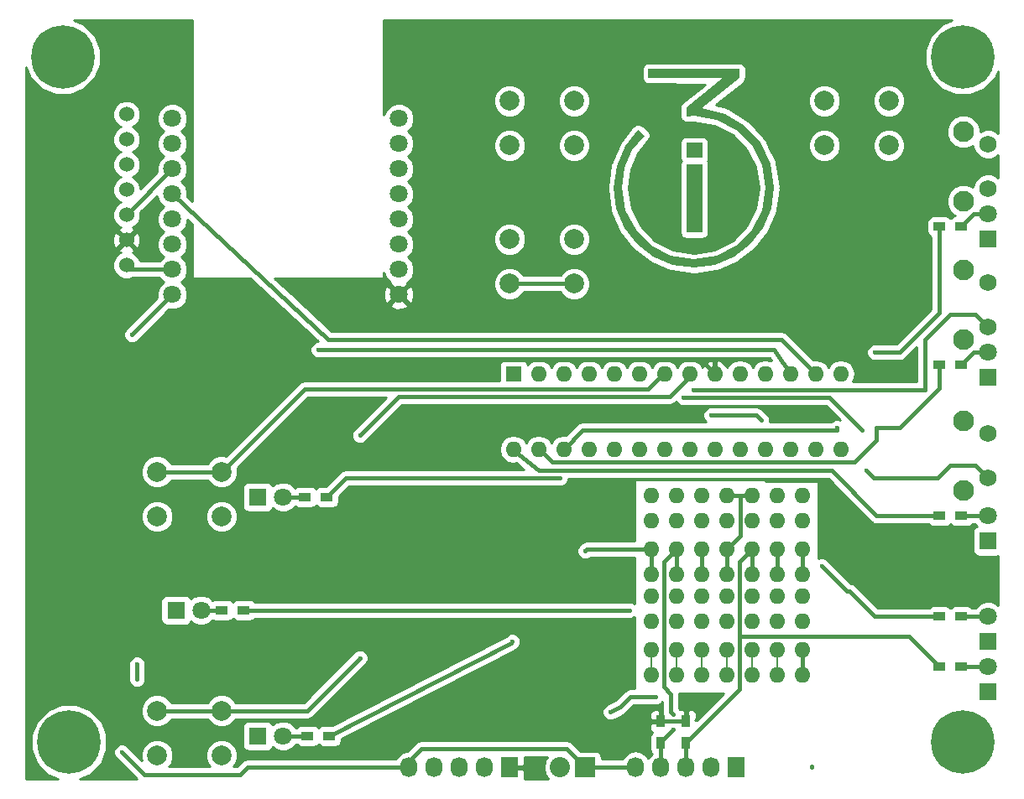
<source format=gtl>
G04 #@! TF.FileFunction,Copper,L1,Top,Signal*
%FSLAX46Y46*%
G04 Gerber Fmt 4.6, Leading zero omitted, Abs format (unit mm)*
G04 Created by KiCad (PCBNEW 4.0.5+dfsg1-4) date Sat Jun 23 00:33:44 2018*
%MOMM*%
%LPD*%
G01*
G04 APERTURE LIST*
%ADD10C,0.100000*%
%ADD11C,0.150000*%
%ADD12C,6.400000*%
%ADD13O,1.600000X1.600000*%
%ADD14C,1.524000*%
%ADD15C,1.800000*%
%ADD16R,1.600000X1.600000*%
%ADD17C,2.000000*%
%ADD18R,1.800000X1.800000*%
%ADD19R,1.200000X0.900000*%
%ADD20R,0.900000X1.200000*%
%ADD21R,1.727200X2.032000*%
%ADD22O,1.727200X2.032000*%
%ADD23R,2.032000X2.032000*%
%ADD24O,2.032000X2.032000*%
%ADD25C,2.100000*%
%ADD26C,1.750000*%
%ADD27C,0.420000*%
%ADD28C,0.420000*%
%ADD29C,0.254000*%
G04 APERTURE END LIST*
D10*
D11*
X136207500Y-115125500D02*
X136207500Y-117665500D01*
X133667500Y-115125500D02*
X133667500Y-117665500D01*
X128587500Y-115125500D02*
X128587500Y-117665500D01*
X131127500Y-115125500D02*
X131127500Y-117665500D01*
X123507500Y-115125500D02*
X123507500Y-117665500D01*
X120967500Y-115125500D02*
X120967500Y-117665500D01*
X126047500Y-115125500D02*
X126047500Y-117665500D01*
X126047500Y-125285500D02*
X126047500Y-127825500D01*
X120967500Y-125285500D02*
X120967500Y-127825500D01*
X123507500Y-125285500D02*
X123507500Y-127825500D01*
X131127500Y-125285500D02*
X131127500Y-127825500D01*
X128587500Y-125285500D02*
X128587500Y-127825500D01*
X133667500Y-125285500D02*
X133667500Y-127825500D01*
X136207500Y-125285500D02*
X136207500Y-127825500D01*
D10*
G36*
X126087747Y-70558315D02*
X129868529Y-67533689D01*
X129868529Y-66610681D01*
X120673951Y-66610681D01*
X120673951Y-67533689D01*
X128164515Y-67551439D01*
X124499322Y-70493136D01*
X124496196Y-71407766D01*
X125253489Y-71367722D01*
X127542566Y-71736920D01*
X129530585Y-72765000D01*
X131098272Y-74332686D01*
X132126351Y-76320705D01*
X132495550Y-78609783D01*
X132126351Y-80898861D01*
X131098272Y-82886880D01*
X129530585Y-84454566D01*
X127542566Y-85482646D01*
X125253489Y-85851844D01*
X122964411Y-85482646D01*
X120976392Y-84454566D01*
X119408706Y-82886880D01*
X118380626Y-80898861D01*
X118011427Y-78609783D01*
X118287546Y-76624012D01*
X119064676Y-74849475D01*
X120265980Y-73361561D01*
X119640751Y-72780918D01*
X118317983Y-74437577D01*
X117462999Y-76407933D01*
X117159422Y-78609783D01*
X117448552Y-80761496D01*
X118264507Y-82695000D01*
X119530132Y-84333141D01*
X121168274Y-85598767D01*
X123101778Y-86414721D01*
X125253490Y-86703852D01*
X127405203Y-86414721D01*
X129338707Y-85598767D01*
X130976849Y-84333141D01*
X132242474Y-82695000D01*
X133058428Y-80761496D01*
X133347559Y-78609783D01*
X132984053Y-76204028D01*
X131966648Y-74086361D01*
X130405016Y-72366424D01*
X128408825Y-71153861D01*
X126087747Y-70558315D01*
X126087747Y-70558315D01*
G37*
G36*
X124507984Y-74083352D02*
X126105498Y-74083352D01*
X126105498Y-75592115D01*
X124507984Y-75592115D01*
X124507984Y-74083352D01*
X124507984Y-74083352D01*
G37*
G36*
X124507984Y-76284371D02*
X126105498Y-76284371D01*
X126105498Y-83153679D01*
X124507984Y-83153679D01*
X124507984Y-76284371D01*
X124507984Y-76284371D01*
G37*
D12*
X152400000Y-65405000D03*
X152400000Y-134620000D03*
X62230000Y-134620000D03*
D13*
X136207500Y-127825500D03*
X133667500Y-127825500D03*
X131127500Y-127825500D03*
X128587500Y-127825500D03*
X126047500Y-127825500D03*
X123507500Y-127825500D03*
X120967500Y-127825500D03*
X120967500Y-115125500D03*
X123507500Y-115125500D03*
X126047500Y-115125500D03*
X128587500Y-115125500D03*
X131127500Y-115125500D03*
X133667500Y-115125500D03*
X136207500Y-115125500D03*
X136207500Y-117665500D03*
X133667500Y-117665500D03*
X131127500Y-117665500D03*
X128587500Y-117665500D03*
X126047500Y-117665500D03*
X123507500Y-117665500D03*
X120967500Y-117665500D03*
X120967500Y-125285500D03*
X123507500Y-125285500D03*
X126047500Y-125285500D03*
X128587500Y-125285500D03*
X131127500Y-125285500D03*
X133667500Y-125285500D03*
X136207500Y-125285500D03*
D14*
X68040000Y-76280000D03*
X68040000Y-73740000D03*
X68040000Y-71200000D03*
X68040000Y-78820000D03*
X68040000Y-81360000D03*
X68040000Y-86440000D03*
X68040000Y-83900000D03*
D15*
X72644000Y-71628000D03*
X72644000Y-74168000D03*
X72644000Y-76708000D03*
X72644000Y-79248000D03*
X72644000Y-81788000D03*
X72644000Y-84328000D03*
X72644000Y-86868000D03*
X72644000Y-89408000D03*
X95504000Y-89408000D03*
X95504000Y-86868000D03*
X95504000Y-84328000D03*
X95504000Y-81788000D03*
X95504000Y-79248000D03*
X95504000Y-76708000D03*
X95504000Y-74168000D03*
X95504000Y-71628000D03*
D16*
X107061000Y-97409000D03*
D13*
X140081000Y-105029000D03*
X109601000Y-97409000D03*
X137541000Y-105029000D03*
X112141000Y-97409000D03*
X135001000Y-105029000D03*
X114681000Y-97409000D03*
X132461000Y-105029000D03*
X117221000Y-97409000D03*
X129921000Y-105029000D03*
X119761000Y-97409000D03*
X127381000Y-105029000D03*
X122301000Y-97409000D03*
X124841000Y-105029000D03*
X124841000Y-97409000D03*
X122301000Y-105029000D03*
X127381000Y-97409000D03*
X119761000Y-105029000D03*
X129921000Y-97409000D03*
X117221000Y-105029000D03*
X132461000Y-97409000D03*
X114681000Y-105029000D03*
X135001000Y-97409000D03*
X112141000Y-105029000D03*
X137541000Y-97409000D03*
X109601000Y-105029000D03*
X140081000Y-97409000D03*
X107061000Y-105029000D03*
D17*
X106680000Y-74350000D03*
X106680000Y-69850000D03*
X113180000Y-74350000D03*
X113180000Y-69850000D03*
D18*
X154940000Y-114300000D03*
D15*
X154940000Y-111760000D03*
D18*
X81280000Y-109855000D03*
D15*
X83820000Y-109855000D03*
D17*
X71120000Y-111815000D03*
X71120000Y-107315000D03*
X77620000Y-111815000D03*
X77620000Y-107315000D03*
D18*
X81280000Y-133985000D03*
D15*
X83820000Y-133985000D03*
D17*
X71120000Y-135945000D03*
X71120000Y-131445000D03*
X77620000Y-135945000D03*
X77620000Y-131445000D03*
D18*
X154940000Y-83820000D03*
D15*
X154940000Y-81280000D03*
D18*
X154940000Y-97790000D03*
D15*
X154940000Y-95250000D03*
D17*
X138430000Y-74350000D03*
X138430000Y-69850000D03*
X144930000Y-74350000D03*
X144930000Y-69850000D03*
X106680000Y-88320000D03*
X106680000Y-83820000D03*
X113180000Y-88320000D03*
X113180000Y-83820000D03*
D18*
X154940000Y-129540000D03*
D15*
X154940000Y-127000000D03*
D18*
X73025000Y-121285000D03*
D15*
X75565000Y-121285000D03*
D18*
X154940000Y-124460000D03*
D15*
X154940000Y-121920000D03*
D19*
X77640000Y-121285000D03*
X79840000Y-121285000D03*
X150030000Y-111760000D03*
X152230000Y-111760000D03*
X150030000Y-96520000D03*
X152230000Y-96520000D03*
X150030000Y-82550000D03*
X152230000Y-82550000D03*
X88222000Y-109855000D03*
X86022000Y-109855000D03*
X88476000Y-133985000D03*
X86276000Y-133985000D03*
X150030000Y-127000000D03*
X152230000Y-127000000D03*
X150030000Y-121920000D03*
X152230000Y-121920000D03*
D20*
X124460000Y-132504000D03*
X124460000Y-134704000D03*
X121920000Y-132504000D03*
X121920000Y-134704000D03*
D21*
X129540000Y-137160000D03*
D22*
X127000000Y-137160000D03*
X124460000Y-137160000D03*
X121920000Y-137160000D03*
X119380000Y-137160000D03*
D21*
X106680000Y-137160000D03*
D22*
X104140000Y-137160000D03*
X101600000Y-137160000D03*
X99060000Y-137160000D03*
X96520000Y-137160000D03*
D23*
X114300000Y-137160000D03*
D24*
X111760000Y-137160000D03*
D12*
X61595000Y-65405000D03*
D25*
X152450000Y-102190000D03*
D26*
X154940000Y-103450000D03*
X154940000Y-107950000D03*
D25*
X152450000Y-109200000D03*
X152450000Y-72980000D03*
D26*
X154940000Y-74240000D03*
X154940000Y-78740000D03*
D25*
X152450000Y-79990000D03*
X152450000Y-86950000D03*
D26*
X154940000Y-88210000D03*
X154940000Y-92710000D03*
D25*
X152450000Y-93960000D03*
D13*
X120967500Y-122364500D03*
X123507500Y-122364500D03*
X126047500Y-122364500D03*
X128587500Y-122364500D03*
X131127500Y-122364500D03*
X133667500Y-122364500D03*
X136207500Y-122364500D03*
X136207500Y-109664500D03*
X133667500Y-109664500D03*
X131127500Y-109664500D03*
X128587500Y-109664500D03*
X126047500Y-109664500D03*
X123507500Y-109664500D03*
X120967500Y-109664500D03*
X120967500Y-112204500D03*
X123507500Y-112204500D03*
X126047500Y-112204500D03*
X128587500Y-112204500D03*
X131127500Y-112204500D03*
X133667500Y-112204500D03*
X136207500Y-112204500D03*
X136207500Y-119824500D03*
X133667500Y-119824500D03*
X131127500Y-119824500D03*
X128587500Y-119824500D03*
X126047500Y-119824500D03*
X123507500Y-119824500D03*
X120967500Y-119824500D03*
D27*
X114300000Y-115316000D03*
X127000000Y-101600000D03*
X132080000Y-102108000D03*
X116840000Y-131572000D03*
X121412000Y-130048000D03*
X124206000Y-99822000D03*
X142621000Y-107188000D03*
X142240000Y-103124000D03*
X111760000Y-107950000D03*
X91567000Y-126111000D03*
X91567000Y-103632000D03*
X139700000Y-102870000D03*
X143510000Y-95250000D03*
X125222000Y-99060000D03*
X139700000Y-109728000D03*
X132588000Y-108204000D03*
X108204000Y-132588000D03*
X98044000Y-96012000D03*
X87376000Y-94996000D03*
X69088000Y-128270000D03*
X69088000Y-126746000D03*
X118745000Y-121285000D03*
X106934000Y-124460000D03*
X123190000Y-131826000D03*
X123190000Y-133350000D03*
X138176000Y-116840000D03*
X68580000Y-93472000D03*
X67564000Y-135636000D03*
D28*
X137160000Y-137160000D02*
X137160000Y-137033000D01*
X106680000Y-88320000D02*
X113180000Y-88320000D01*
X120967500Y-115125500D02*
X114490500Y-115125500D01*
X114490500Y-115125500D02*
X114300000Y-115316000D01*
X132080000Y-102108000D02*
X131572000Y-101600000D01*
X127000000Y-101600000D02*
X131572000Y-101600000D01*
X116840000Y-131572000D02*
X117856000Y-131064000D01*
X118872000Y-130048000D02*
X117856000Y-131064000D01*
X72644000Y-86868000D02*
X68468000Y-86868000D01*
X68468000Y-86868000D02*
X68040000Y-86440000D01*
X120967500Y-115125500D02*
X120967500Y-117665500D01*
X120967500Y-115125500D02*
X120967500Y-114998500D01*
X67960000Y-86360000D02*
X68040000Y-86440000D01*
X121412000Y-130048000D02*
X118872000Y-130048000D01*
X150030000Y-111760000D02*
X143680000Y-111760000D01*
X139192000Y-107188000D02*
X143680000Y-111760000D01*
X109601000Y-107188000D02*
X139192000Y-107188000D01*
X109601000Y-107188000D02*
X107061000Y-105156000D01*
X107061000Y-105029000D02*
X107061000Y-105156000D01*
X152230000Y-111760000D02*
X154940000Y-111760000D01*
X143383000Y-107950000D02*
X149860000Y-107950000D01*
X153670000Y-106680000D02*
X151130000Y-106680000D01*
X151130000Y-106680000D02*
X149860000Y-107950000D01*
X153670000Y-106680000D02*
X154940000Y-107950000D01*
X125857000Y-99822000D02*
X138938000Y-99822000D01*
X124206000Y-99822000D02*
X125857000Y-99822000D01*
X142621000Y-107188000D02*
X143383000Y-107950000D01*
X138938000Y-99822000D02*
X142240000Y-103124000D01*
X111760000Y-107950000D02*
X90127000Y-107950000D01*
X90127000Y-107950000D02*
X88222000Y-109855000D01*
X86022000Y-109855000D02*
X83820000Y-109855000D01*
X100203000Y-98933000D02*
X86002000Y-98933000D01*
X120650000Y-98933000D02*
X100203000Y-98933000D01*
X122174000Y-97409000D02*
X120650000Y-98933000D01*
X86002000Y-98933000D02*
X77620000Y-107315000D01*
X77620000Y-107315000D02*
X71120000Y-107315000D01*
X122301000Y-97409000D02*
X122174000Y-97409000D01*
X86276000Y-133985000D02*
X83820000Y-133985000D01*
X77620000Y-131445000D02*
X86233000Y-131445000D01*
X86233000Y-131445000D02*
X91567000Y-126111000D01*
X97536000Y-99695000D02*
X95504000Y-99695000D01*
X122809000Y-99695000D02*
X97536000Y-99695000D01*
X124841000Y-97663000D02*
X122809000Y-99695000D01*
X86233000Y-131445000D02*
X71120000Y-131445000D01*
X91567000Y-126111000D02*
X86233000Y-131445000D01*
X95504000Y-99695000D02*
X91567000Y-103632000D01*
X124841000Y-97409000D02*
X124841000Y-97663000D01*
X139700000Y-103124000D02*
X139700000Y-102870000D01*
X150030000Y-82550000D02*
X150030000Y-91270000D01*
X150030000Y-91270000D02*
X146050000Y-95250000D01*
X146050000Y-95250000D02*
X143510000Y-95250000D01*
X112141000Y-105029000D02*
X114046000Y-103124000D01*
X114046000Y-103124000D02*
X139700000Y-103124000D01*
X154940000Y-81280000D02*
X153500000Y-81280000D01*
X153500000Y-81280000D02*
X152230000Y-82550000D01*
X150030000Y-96520000D02*
X150030000Y-98890000D01*
X143680000Y-104097000D02*
X141478000Y-106299000D01*
X110998000Y-106299000D02*
X141478000Y-106299000D01*
X143680000Y-102870000D02*
X143680000Y-104097000D01*
X110998000Y-106299000D02*
X109728000Y-105029000D01*
X146050000Y-102870000D02*
X143680000Y-102870000D01*
X150030000Y-98890000D02*
X146050000Y-102870000D01*
X109601000Y-105029000D02*
X109728000Y-105029000D01*
X154940000Y-95250000D02*
X153500000Y-95250000D01*
X153500000Y-95250000D02*
X152230000Y-96520000D01*
X148590000Y-99060000D02*
X148590000Y-93980000D01*
X126111000Y-99060000D02*
X148590000Y-99060000D01*
X153670000Y-91440000D02*
X154940000Y-92710000D01*
X151130000Y-91440000D02*
X153670000Y-91440000D01*
X148590000Y-93980000D02*
X151130000Y-91440000D01*
X125222000Y-99060000D02*
X126111000Y-99060000D01*
X126111000Y-99060000D02*
X126238000Y-99060000D01*
X124460000Y-132504000D02*
X121920000Y-132504000D01*
X139700000Y-109728000D02*
X138176000Y-108204000D01*
X138176000Y-108204000D02*
X132588000Y-108204000D01*
X121920000Y-132504000D02*
X108288000Y-132504000D01*
X108288000Y-132504000D02*
X108204000Y-132588000D01*
X125984000Y-96012000D02*
X98044000Y-96012000D01*
X127381000Y-97409000D02*
X125984000Y-96012000D01*
X136207500Y-125285500D02*
X136207500Y-127825500D01*
X67960000Y-83820000D02*
X68040000Y-83900000D01*
X133350000Y-94996000D02*
X87376000Y-94996000D01*
X135001000Y-97409000D02*
X133350000Y-94996000D01*
X68040000Y-81360000D02*
X68040000Y-81312000D01*
X68040000Y-81312000D02*
X72644000Y-76708000D01*
X134112000Y-93980000D02*
X135128000Y-94996000D01*
X135128000Y-94996000D02*
X137541000Y-97409000D01*
X69088000Y-126746000D02*
X69088000Y-128270000D01*
X134112000Y-93980000D02*
X88392000Y-93980000D01*
X88392000Y-93980000D02*
X72644000Y-79248000D01*
X79840000Y-121285000D02*
X116967000Y-121285000D01*
X116967000Y-121285000D02*
X118745000Y-121285000D01*
X126047500Y-115125500D02*
X126047500Y-117665500D01*
X133667500Y-115125500D02*
X133667500Y-117665500D01*
X126047500Y-109664500D02*
X125666500Y-109664500D01*
X136207500Y-115125500D02*
X136207500Y-114744500D01*
X136207500Y-115125500D02*
X136207500Y-117665500D01*
X129984500Y-109664500D02*
X129984500Y-113728500D01*
X129984500Y-113728500D02*
X128587500Y-115125500D01*
X131127500Y-109664500D02*
X129984500Y-109664500D01*
X128587500Y-115125500D02*
X128587500Y-117665500D01*
X129984500Y-109664500D02*
X128587500Y-109664500D01*
X106807000Y-124587000D02*
X106934000Y-124460000D01*
X106807000Y-124587000D02*
X88476000Y-133985000D01*
X145966000Y-123952000D02*
X146982000Y-123952000D01*
X129844800Y-123952000D02*
X145966000Y-123952000D01*
X146982000Y-123952000D02*
X150030000Y-127000000D01*
X131127500Y-117665500D02*
X131127500Y-115125500D01*
X124460000Y-134704000D02*
X124460000Y-134683500D01*
X124460000Y-134683500D02*
X129844800Y-129298700D01*
X129844800Y-116408200D02*
X131127500Y-115125500D01*
X129844800Y-129298700D02*
X129844800Y-123952000D01*
X129844800Y-123952000D02*
X129844800Y-116408200D01*
X124460000Y-137160000D02*
X124460000Y-134704000D01*
X140970000Y-119380000D02*
X140716000Y-119380000D01*
X140716000Y-119380000D02*
X138176000Y-116840000D01*
X150030000Y-121920000D02*
X143510000Y-121920000D01*
X143510000Y-121920000D02*
X140970000Y-119380000D01*
X122936000Y-133604000D02*
X123190000Y-133350000D01*
X122936000Y-129730500D02*
X122237500Y-129032000D01*
X123507500Y-115125500D02*
X122237500Y-116395500D01*
X122237500Y-129032000D02*
X122237500Y-116395500D01*
X122936000Y-133604000D02*
X121920000Y-134620000D01*
X122936000Y-131572000D02*
X122936000Y-129730500D01*
X123190000Y-131826000D02*
X122936000Y-131572000D01*
X121920000Y-134704000D02*
X121920000Y-134620000D01*
X121920000Y-137160000D02*
X121920000Y-134704000D01*
X123507500Y-115125500D02*
X123634500Y-115125500D01*
X123507500Y-115125500D02*
X123507500Y-117665500D01*
X123507500Y-115125500D02*
X123507500Y-115125500D01*
X152230000Y-127000000D02*
X154940000Y-127000000D01*
X77640000Y-121285000D02*
X75565000Y-121285000D01*
X152230000Y-121920000D02*
X154940000Y-121920000D01*
X80264000Y-137160000D02*
X79502000Y-137922000D01*
X69850000Y-137922000D02*
X67564000Y-135636000D01*
X79502000Y-137922000D02*
X69850000Y-137922000D01*
X72644000Y-89408000D02*
X68580000Y-93472000D01*
X80264000Y-137160000D02*
X96520000Y-137160000D01*
X96520000Y-137160000D02*
X96520000Y-136525000D01*
X96520000Y-136525000D02*
X97790000Y-135255000D01*
X112395000Y-135255000D02*
X114300000Y-137160000D01*
X97790000Y-135255000D02*
X112395000Y-135255000D01*
X114300000Y-137160000D02*
X119380000Y-137160000D01*
D29*
G36*
X74676000Y-79991800D02*
X74178757Y-79526637D01*
X74179265Y-78944009D01*
X73946068Y-78379629D01*
X73544818Y-77977677D01*
X73944551Y-77578643D01*
X74178733Y-77014670D01*
X74179265Y-76404009D01*
X73946068Y-75839629D01*
X73544818Y-75437677D01*
X73944551Y-75038643D01*
X74178733Y-74474670D01*
X74179265Y-73864009D01*
X73946068Y-73299629D01*
X73544818Y-72897677D01*
X73944551Y-72498643D01*
X74178733Y-71934670D01*
X74179265Y-71324009D01*
X73946068Y-70759629D01*
X73514643Y-70327449D01*
X72950670Y-70093267D01*
X72340009Y-70092735D01*
X71775629Y-70325932D01*
X71343449Y-70757357D01*
X71109267Y-71321330D01*
X71108735Y-71931991D01*
X71341932Y-72496371D01*
X71743182Y-72898323D01*
X71343449Y-73297357D01*
X71109267Y-73861330D01*
X71108735Y-74471991D01*
X71341932Y-75036371D01*
X71743182Y-75438323D01*
X71343449Y-75837357D01*
X71109267Y-76401330D01*
X71108735Y-77011991D01*
X71119338Y-77037652D01*
X69437088Y-78719902D01*
X69437242Y-78543339D01*
X69225010Y-78029697D01*
X68832370Y-77636371D01*
X68624488Y-77550051D01*
X68830303Y-77465010D01*
X69223629Y-77072370D01*
X69436757Y-76559100D01*
X69437242Y-76003339D01*
X69225010Y-75489697D01*
X68832370Y-75096371D01*
X68624488Y-75010051D01*
X68830303Y-74925010D01*
X69223629Y-74532370D01*
X69436757Y-74019100D01*
X69437242Y-73463339D01*
X69225010Y-72949697D01*
X68832370Y-72556371D01*
X68624488Y-72470051D01*
X68830303Y-72385010D01*
X69223629Y-71992370D01*
X69436757Y-71479100D01*
X69437242Y-70923339D01*
X69225010Y-70409697D01*
X68832370Y-70016371D01*
X68319100Y-69803243D01*
X67763339Y-69802758D01*
X67249697Y-70014990D01*
X66856371Y-70407630D01*
X66643243Y-70920900D01*
X66642758Y-71476661D01*
X66854990Y-71990303D01*
X67247630Y-72383629D01*
X67455512Y-72469949D01*
X67249697Y-72554990D01*
X66856371Y-72947630D01*
X66643243Y-73460900D01*
X66642758Y-74016661D01*
X66854990Y-74530303D01*
X67247630Y-74923629D01*
X67455512Y-75009949D01*
X67249697Y-75094990D01*
X66856371Y-75487630D01*
X66643243Y-76000900D01*
X66642758Y-76556661D01*
X66854990Y-77070303D01*
X67247630Y-77463629D01*
X67455512Y-77549949D01*
X67249697Y-77634990D01*
X66856371Y-78027630D01*
X66643243Y-78540900D01*
X66642758Y-79096661D01*
X66854990Y-79610303D01*
X67247630Y-80003629D01*
X67455512Y-80089949D01*
X67249697Y-80174990D01*
X66856371Y-80567630D01*
X66643243Y-81080900D01*
X66642758Y-81636661D01*
X66854990Y-82150303D01*
X67247630Y-82543629D01*
X67439727Y-82623395D01*
X67308857Y-82677603D01*
X67239392Y-82919787D01*
X68040000Y-83720395D01*
X68840608Y-82919787D01*
X68771143Y-82677603D01*
X68630682Y-82627491D01*
X68830303Y-82545010D01*
X69223629Y-82152370D01*
X69436757Y-81639100D01*
X69437219Y-81109791D01*
X71108834Y-79438176D01*
X71108735Y-79551991D01*
X71341932Y-80116371D01*
X71743182Y-80518323D01*
X71343449Y-80917357D01*
X71109267Y-81481330D01*
X71108735Y-82091991D01*
X71341932Y-82656371D01*
X71743182Y-83058323D01*
X71343449Y-83457357D01*
X71109267Y-84021330D01*
X71108735Y-84631991D01*
X71341932Y-85196371D01*
X71743182Y-85598323D01*
X71343449Y-85997357D01*
X71332801Y-86023000D01*
X69379255Y-86023000D01*
X69225010Y-85649697D01*
X68832370Y-85256371D01*
X68640273Y-85176605D01*
X68771143Y-85122397D01*
X68840608Y-84880213D01*
X68040000Y-84079605D01*
X67239392Y-84880213D01*
X67308857Y-85122397D01*
X67449318Y-85172509D01*
X67249697Y-85254990D01*
X66856371Y-85647630D01*
X66643243Y-86160900D01*
X66642758Y-86716661D01*
X66854990Y-87230303D01*
X67247630Y-87623629D01*
X67760900Y-87836757D01*
X68316661Y-87837242D01*
X68617350Y-87713000D01*
X71332275Y-87713000D01*
X71341932Y-87736371D01*
X71743182Y-88138323D01*
X71343449Y-88537357D01*
X71109267Y-89101330D01*
X71108735Y-89711991D01*
X71119338Y-89737652D01*
X67983303Y-92873687D01*
X67864061Y-92992721D01*
X67735147Y-93303182D01*
X67734853Y-93639344D01*
X67863226Y-93950029D01*
X68100721Y-94187939D01*
X68411182Y-94316853D01*
X68747344Y-94317147D01*
X69058029Y-94188774D01*
X69295939Y-93951279D01*
X69296087Y-93950923D01*
X72313975Y-90933035D01*
X72337330Y-90942733D01*
X72947991Y-90943265D01*
X73512371Y-90710068D01*
X73944551Y-90278643D01*
X74178733Y-89714670D01*
X74179265Y-89104009D01*
X73946068Y-88539629D01*
X73544818Y-88137677D01*
X73944551Y-87738643D01*
X74178733Y-87174670D01*
X74179265Y-86564009D01*
X73946068Y-85999629D01*
X73544818Y-85597677D01*
X73944551Y-85198643D01*
X74178733Y-84634670D01*
X74179265Y-84024009D01*
X73946068Y-83459629D01*
X73544818Y-83057677D01*
X73944551Y-82658643D01*
X74178733Y-82094670D01*
X74178954Y-81841029D01*
X74676000Y-82306007D01*
X74676000Y-87630000D01*
X74686006Y-87679410D01*
X74714447Y-87721035D01*
X74756841Y-87748315D01*
X74803000Y-87757000D01*
X80502923Y-87757000D01*
X87337853Y-94150966D01*
X87208656Y-94150853D01*
X86897971Y-94279226D01*
X86660061Y-94516721D01*
X86531147Y-94827182D01*
X86530853Y-95163344D01*
X86659226Y-95474029D01*
X86896721Y-95711939D01*
X87207182Y-95840853D01*
X87543344Y-95841147D01*
X87543700Y-95841000D01*
X132904297Y-95841000D01*
X133085035Y-96105156D01*
X133010151Y-96055120D01*
X132461000Y-95945887D01*
X131911849Y-96055120D01*
X131446302Y-96366189D01*
X131191000Y-96748275D01*
X130935698Y-96366189D01*
X130470151Y-96055120D01*
X129921000Y-95945887D01*
X129371849Y-96055120D01*
X128906302Y-96366189D01*
X128636014Y-96770703D01*
X128533389Y-96553866D01*
X128118423Y-96177959D01*
X127730039Y-96017096D01*
X127508000Y-96139085D01*
X127508000Y-97282000D01*
X127528000Y-97282000D01*
X127528000Y-97536000D01*
X127508000Y-97536000D01*
X127508000Y-97556000D01*
X127254000Y-97556000D01*
X127254000Y-97536000D01*
X127234000Y-97536000D01*
X127234000Y-97282000D01*
X127254000Y-97282000D01*
X127254000Y-96139085D01*
X127031961Y-96017096D01*
X126643577Y-96177959D01*
X126228611Y-96553866D01*
X126125986Y-96770703D01*
X125855698Y-96366189D01*
X125390151Y-96055120D01*
X124841000Y-95945887D01*
X124291849Y-96055120D01*
X123826302Y-96366189D01*
X123571000Y-96748275D01*
X123315698Y-96366189D01*
X122850151Y-96055120D01*
X122301000Y-95945887D01*
X121751849Y-96055120D01*
X121286302Y-96366189D01*
X121031000Y-96748275D01*
X120775698Y-96366189D01*
X120310151Y-96055120D01*
X119761000Y-95945887D01*
X119211849Y-96055120D01*
X118746302Y-96366189D01*
X118491000Y-96748275D01*
X118235698Y-96366189D01*
X117770151Y-96055120D01*
X117221000Y-95945887D01*
X116671849Y-96055120D01*
X116206302Y-96366189D01*
X115951000Y-96748275D01*
X115695698Y-96366189D01*
X115230151Y-96055120D01*
X114681000Y-95945887D01*
X114131849Y-96055120D01*
X113666302Y-96366189D01*
X113411000Y-96748275D01*
X113155698Y-96366189D01*
X112690151Y-96055120D01*
X112141000Y-95945887D01*
X111591849Y-96055120D01*
X111126302Y-96366189D01*
X110871000Y-96748275D01*
X110615698Y-96366189D01*
X110150151Y-96055120D01*
X109601000Y-95945887D01*
X109051849Y-96055120D01*
X108586302Y-96366189D01*
X108489899Y-96510465D01*
X108464162Y-96373683D01*
X108325090Y-96157559D01*
X108112890Y-96012569D01*
X107861000Y-95961560D01*
X106261000Y-95961560D01*
X106025683Y-96005838D01*
X105809559Y-96144910D01*
X105664569Y-96357110D01*
X105613560Y-96609000D01*
X105613560Y-98088000D01*
X86002000Y-98088000D01*
X85678632Y-98152322D01*
X85511294Y-98264134D01*
X85404495Y-98335495D01*
X78026534Y-105713456D01*
X77946648Y-105680284D01*
X77296205Y-105679716D01*
X76695057Y-105928106D01*
X76234722Y-106387637D01*
X76200522Y-106470000D01*
X72539926Y-106470000D01*
X72506894Y-106390057D01*
X72047363Y-105929722D01*
X71446648Y-105680284D01*
X70796205Y-105679716D01*
X70195057Y-105928106D01*
X69734722Y-106387637D01*
X69485284Y-106988352D01*
X69484716Y-107638795D01*
X69733106Y-108239943D01*
X70192637Y-108700278D01*
X70793352Y-108949716D01*
X71443795Y-108950284D01*
X72044943Y-108701894D01*
X72505278Y-108242363D01*
X72539478Y-108160000D01*
X76200074Y-108160000D01*
X76233106Y-108239943D01*
X76692637Y-108700278D01*
X77293352Y-108949716D01*
X77943795Y-108950284D01*
X78544943Y-108701894D01*
X79005278Y-108242363D01*
X79254716Y-107641648D01*
X79255284Y-106991205D01*
X79221228Y-106908782D01*
X86352010Y-99778000D01*
X94225990Y-99778000D01*
X90970303Y-103033687D01*
X90851061Y-103152721D01*
X90722147Y-103463182D01*
X90721853Y-103799344D01*
X90850226Y-104110029D01*
X91087721Y-104347939D01*
X91398182Y-104476853D01*
X91734344Y-104477147D01*
X92045029Y-104348774D01*
X92282939Y-104111279D01*
X92283087Y-104110923D01*
X95854010Y-100540000D01*
X122809000Y-100540000D01*
X123132368Y-100475678D01*
X123406505Y-100292505D01*
X123462840Y-100236170D01*
X123489226Y-100300029D01*
X123726721Y-100537939D01*
X124037182Y-100666853D01*
X124373344Y-100667147D01*
X124373700Y-100667000D01*
X138587990Y-100667000D01*
X140001040Y-102080050D01*
X139868818Y-102025147D01*
X139532656Y-102024853D01*
X139221971Y-102153226D01*
X139095977Y-102279000D01*
X132923947Y-102279000D01*
X132924853Y-102276818D01*
X132925147Y-101940656D01*
X132796774Y-101629971D01*
X132559279Y-101392061D01*
X132558925Y-101391914D01*
X132169505Y-101002495D01*
X131992256Y-100884061D01*
X131895368Y-100819322D01*
X131572000Y-100755000D01*
X127000737Y-100755000D01*
X126832656Y-100754853D01*
X126521971Y-100883226D01*
X126284061Y-101120721D01*
X126155147Y-101431182D01*
X126154853Y-101767344D01*
X126283226Y-102078029D01*
X126483846Y-102279000D01*
X114046000Y-102279000D01*
X113722633Y-102343321D01*
X113448495Y-102526495D01*
X112364622Y-103610368D01*
X112141000Y-103565887D01*
X111591849Y-103675120D01*
X111126302Y-103986189D01*
X110871000Y-104368275D01*
X110615698Y-103986189D01*
X110150151Y-103675120D01*
X109601000Y-103565887D01*
X109051849Y-103675120D01*
X108586302Y-103986189D01*
X108331000Y-104368275D01*
X108075698Y-103986189D01*
X107610151Y-103675120D01*
X107061000Y-103565887D01*
X106511849Y-103675120D01*
X106046302Y-103986189D01*
X105735233Y-104451736D01*
X105626000Y-105000887D01*
X105626000Y-105057113D01*
X105735233Y-105606264D01*
X106046302Y-106071811D01*
X106511849Y-106382880D01*
X107061000Y-106492113D01*
X107315262Y-106441537D01*
X108144590Y-107105000D01*
X90127000Y-107105000D01*
X89803633Y-107169321D01*
X89529495Y-107352495D01*
X88124430Y-108757560D01*
X87622000Y-108757560D01*
X87386683Y-108801838D01*
X87170559Y-108940910D01*
X87122866Y-109010711D01*
X87086090Y-108953559D01*
X86873890Y-108808569D01*
X86622000Y-108757560D01*
X85422000Y-108757560D01*
X85186683Y-108801838D01*
X85035021Y-108899430D01*
X84690643Y-108554449D01*
X84126670Y-108320267D01*
X83516009Y-108319735D01*
X82951629Y-108552932D01*
X82783387Y-108720880D01*
X82783162Y-108719683D01*
X82644090Y-108503559D01*
X82431890Y-108358569D01*
X82180000Y-108307560D01*
X80380000Y-108307560D01*
X80144683Y-108351838D01*
X79928559Y-108490910D01*
X79783569Y-108703110D01*
X79732560Y-108955000D01*
X79732560Y-110755000D01*
X79776838Y-110990317D01*
X79915910Y-111206441D01*
X80128110Y-111351431D01*
X80380000Y-111402440D01*
X82180000Y-111402440D01*
X82415317Y-111358162D01*
X82631441Y-111219090D01*
X82776431Y-111006890D01*
X82780567Y-110986466D01*
X82949357Y-111155551D01*
X83513330Y-111389733D01*
X84123991Y-111390265D01*
X84688371Y-111157068D01*
X85036148Y-110809899D01*
X85170110Y-110901431D01*
X85422000Y-110952440D01*
X86622000Y-110952440D01*
X86857317Y-110908162D01*
X87073441Y-110769090D01*
X87121134Y-110699289D01*
X87157910Y-110756441D01*
X87370110Y-110901431D01*
X87622000Y-110952440D01*
X88822000Y-110952440D01*
X89057317Y-110908162D01*
X89273441Y-110769090D01*
X89418431Y-110556890D01*
X89469440Y-110305000D01*
X89469440Y-109802570D01*
X90477010Y-108795000D01*
X111759263Y-108795000D01*
X111927344Y-108795147D01*
X112238029Y-108666774D01*
X112475939Y-108429279D01*
X112604853Y-108118818D01*
X112604928Y-108033000D01*
X138837392Y-108033000D01*
X143076981Y-112351940D01*
X143080279Y-112354188D01*
X143082495Y-112357505D01*
X143216359Y-112446950D01*
X143349409Y-112537647D01*
X143353315Y-112538462D01*
X143356632Y-112540678D01*
X143514514Y-112572083D01*
X143672166Y-112604964D01*
X143676087Y-112604222D01*
X143680000Y-112605000D01*
X148929591Y-112605000D01*
X148965910Y-112661441D01*
X149178110Y-112806431D01*
X149430000Y-112857440D01*
X150630000Y-112857440D01*
X150865317Y-112813162D01*
X151081441Y-112674090D01*
X151129134Y-112604289D01*
X151165910Y-112661441D01*
X151378110Y-112806431D01*
X151630000Y-112857440D01*
X152830000Y-112857440D01*
X153065317Y-112813162D01*
X153281441Y-112674090D01*
X153328648Y-112605000D01*
X153628275Y-112605000D01*
X153637932Y-112628371D01*
X153805880Y-112796613D01*
X153804683Y-112796838D01*
X153588559Y-112935910D01*
X153443569Y-113148110D01*
X153392560Y-113400000D01*
X153392560Y-115200000D01*
X153436838Y-115435317D01*
X153575910Y-115651441D01*
X153788110Y-115796431D01*
X154040000Y-115847440D01*
X155840000Y-115847440D01*
X155956000Y-115825613D01*
X155956000Y-120765061D01*
X155810643Y-120619449D01*
X155246670Y-120385267D01*
X154636009Y-120384735D01*
X154071629Y-120617932D01*
X153639449Y-121049357D01*
X153628801Y-121075000D01*
X153330409Y-121075000D01*
X153294090Y-121018559D01*
X153081890Y-120873569D01*
X152830000Y-120822560D01*
X151630000Y-120822560D01*
X151394683Y-120866838D01*
X151178559Y-121005910D01*
X151130866Y-121075711D01*
X151094090Y-121018559D01*
X150881890Y-120873569D01*
X150630000Y-120822560D01*
X149430000Y-120822560D01*
X149194683Y-120866838D01*
X148978559Y-121005910D01*
X148931352Y-121075000D01*
X143860011Y-121075000D01*
X141567505Y-118782495D01*
X141456481Y-118708311D01*
X141293368Y-118599322D01*
X141089851Y-118558840D01*
X138774312Y-116243302D01*
X138655279Y-116124061D01*
X138344818Y-115995147D01*
X138008656Y-115994853D01*
X137795000Y-116083134D01*
X137795000Y-108204000D01*
X137786315Y-108157841D01*
X137759035Y-108115447D01*
X137717410Y-108087006D01*
X137668000Y-108077000D01*
X119380000Y-108077000D01*
X119333841Y-108085685D01*
X119291447Y-108112965D01*
X119263006Y-108154590D01*
X119253000Y-108204000D01*
X119253000Y-114280500D01*
X114490500Y-114280500D01*
X114167133Y-114344821D01*
X113892995Y-114527995D01*
X113703303Y-114717687D01*
X113584061Y-114836721D01*
X113455147Y-115147182D01*
X113454853Y-115483344D01*
X113583226Y-115794029D01*
X113820721Y-116031939D01*
X114131182Y-116160853D01*
X114467344Y-116161147D01*
X114778029Y-116032774D01*
X114840412Y-115970500D01*
X119253000Y-115970500D01*
X119253000Y-120597832D01*
X119224279Y-120569061D01*
X118913818Y-120440147D01*
X118577656Y-120439853D01*
X118577300Y-120440000D01*
X80940409Y-120440000D01*
X80904090Y-120383559D01*
X80691890Y-120238569D01*
X80440000Y-120187560D01*
X79240000Y-120187560D01*
X79004683Y-120231838D01*
X78788559Y-120370910D01*
X78740866Y-120440711D01*
X78704090Y-120383559D01*
X78491890Y-120238569D01*
X78240000Y-120187560D01*
X77040000Y-120187560D01*
X76804683Y-120231838D01*
X76730349Y-120279671D01*
X76435643Y-119984449D01*
X75871670Y-119750267D01*
X75261009Y-119749735D01*
X74696629Y-119982932D01*
X74528387Y-120150880D01*
X74528162Y-120149683D01*
X74389090Y-119933559D01*
X74176890Y-119788569D01*
X73925000Y-119737560D01*
X72125000Y-119737560D01*
X71889683Y-119781838D01*
X71673559Y-119920910D01*
X71528569Y-120133110D01*
X71477560Y-120385000D01*
X71477560Y-122185000D01*
X71521838Y-122420317D01*
X71660910Y-122636441D01*
X71873110Y-122781431D01*
X72125000Y-122832440D01*
X73925000Y-122832440D01*
X74160317Y-122788162D01*
X74376441Y-122649090D01*
X74521431Y-122436890D01*
X74525567Y-122416466D01*
X74694357Y-122585551D01*
X75258330Y-122819733D01*
X75868991Y-122820265D01*
X76433371Y-122587068D01*
X76729543Y-122291414D01*
X76788110Y-122331431D01*
X77040000Y-122382440D01*
X78240000Y-122382440D01*
X78475317Y-122338162D01*
X78691441Y-122199090D01*
X78739134Y-122129289D01*
X78775910Y-122186441D01*
X78988110Y-122331431D01*
X79240000Y-122382440D01*
X80440000Y-122382440D01*
X80675317Y-122338162D01*
X80891441Y-122199090D01*
X80938648Y-122130000D01*
X118744263Y-122130000D01*
X118912344Y-122130147D01*
X119223029Y-122001774D01*
X119253000Y-121971855D01*
X119253000Y-129203000D01*
X118872000Y-129203000D01*
X118548632Y-129267322D01*
X118339392Y-129407132D01*
X118274495Y-129450495D01*
X117355457Y-130369533D01*
X116489266Y-130802629D01*
X116361971Y-130855226D01*
X116124061Y-131092721D01*
X115995147Y-131403182D01*
X115994853Y-131739344D01*
X116123226Y-132050029D01*
X116360721Y-132287939D01*
X116671182Y-132416853D01*
X117007344Y-132417147D01*
X117318029Y-132288774D01*
X117340206Y-132266635D01*
X118233896Y-131819791D01*
X118288141Y-131777691D01*
X120835000Y-131777691D01*
X120835000Y-132218250D01*
X120993750Y-132377000D01*
X121793000Y-132377000D01*
X121793000Y-131427750D01*
X121634250Y-131269000D01*
X121343690Y-131269000D01*
X121110301Y-131365673D01*
X120931673Y-131544302D01*
X120835000Y-131777691D01*
X118288141Y-131777691D01*
X118340898Y-131736747D01*
X118453505Y-131661505D01*
X119222010Y-130893000D01*
X121411263Y-130893000D01*
X121579344Y-130893147D01*
X121890029Y-130764774D01*
X122091000Y-130564154D01*
X122091000Y-131383750D01*
X122047000Y-131427750D01*
X122047000Y-132377000D01*
X122067000Y-132377000D01*
X122067000Y-132631000D01*
X122047000Y-132631000D01*
X122047000Y-132651000D01*
X121793000Y-132651000D01*
X121793000Y-132631000D01*
X120993750Y-132631000D01*
X120835000Y-132789750D01*
X120835000Y-133230309D01*
X120931673Y-133463698D01*
X121072910Y-133604936D01*
X121018559Y-133639910D01*
X120873569Y-133852110D01*
X120822560Y-134104000D01*
X120822560Y-135304000D01*
X120866838Y-135539317D01*
X121005910Y-135755441D01*
X121052431Y-135787227D01*
X120860330Y-135915585D01*
X120650000Y-136230366D01*
X120439670Y-135915585D01*
X119953489Y-135590729D01*
X119380000Y-135476655D01*
X118806511Y-135590729D01*
X118320330Y-135915585D01*
X118053449Y-136315000D01*
X115963440Y-136315000D01*
X115963440Y-136144000D01*
X115919162Y-135908683D01*
X115780090Y-135692559D01*
X115567890Y-135547569D01*
X115316000Y-135496560D01*
X113831570Y-135496560D01*
X112992505Y-134657495D01*
X112936390Y-134620000D01*
X112718368Y-134474322D01*
X112395000Y-134410000D01*
X97790000Y-134410000D01*
X97466632Y-134474322D01*
X97248610Y-134620000D01*
X97192495Y-134657495D01*
X96336918Y-135513072D01*
X95946511Y-135590729D01*
X95460330Y-135915585D01*
X95193449Y-136315000D01*
X80264000Y-136315000D01*
X79940633Y-136379321D01*
X79666495Y-136562495D01*
X79151990Y-137077000D01*
X78800283Y-137077000D01*
X79005278Y-136872363D01*
X79254716Y-136271648D01*
X79255284Y-135621205D01*
X79006894Y-135020057D01*
X78547363Y-134559722D01*
X77946648Y-134310284D01*
X77296205Y-134309716D01*
X76695057Y-134558106D01*
X76234722Y-135017637D01*
X75985284Y-135618352D01*
X75984716Y-136268795D01*
X76233106Y-136869943D01*
X76439801Y-137077000D01*
X72300283Y-137077000D01*
X72505278Y-136872363D01*
X72754716Y-136271648D01*
X72755284Y-135621205D01*
X72506894Y-135020057D01*
X72047363Y-134559722D01*
X71446648Y-134310284D01*
X70796205Y-134309716D01*
X70195057Y-134558106D01*
X69734722Y-135017637D01*
X69485284Y-135618352D01*
X69484716Y-136268795D01*
X69550138Y-136427128D01*
X68162313Y-135039303D01*
X68043279Y-134920061D01*
X67732818Y-134791147D01*
X67396656Y-134790853D01*
X67085971Y-134919226D01*
X66848061Y-135156721D01*
X66719147Y-135467182D01*
X66718853Y-135803344D01*
X66847226Y-136114029D01*
X67084721Y-136351939D01*
X67085077Y-136352087D01*
X69035990Y-138303000D01*
X63358957Y-138303000D01*
X64399515Y-137873050D01*
X65479259Y-136795189D01*
X66064333Y-135386175D01*
X66065664Y-133860518D01*
X65745227Y-133085000D01*
X79732560Y-133085000D01*
X79732560Y-134885000D01*
X79776838Y-135120317D01*
X79915910Y-135336441D01*
X80128110Y-135481431D01*
X80380000Y-135532440D01*
X82180000Y-135532440D01*
X82415317Y-135488162D01*
X82631441Y-135349090D01*
X82776431Y-135136890D01*
X82780567Y-135116466D01*
X82949357Y-135285551D01*
X83513330Y-135519733D01*
X84123991Y-135520265D01*
X84688371Y-135287068D01*
X85120551Y-134855643D01*
X85131199Y-134830000D01*
X85175591Y-134830000D01*
X85211910Y-134886441D01*
X85424110Y-135031431D01*
X85676000Y-135082440D01*
X86876000Y-135082440D01*
X87111317Y-135038162D01*
X87327441Y-134899090D01*
X87375134Y-134829289D01*
X87411910Y-134886441D01*
X87624110Y-135031431D01*
X87876000Y-135082440D01*
X89076000Y-135082440D01*
X89311317Y-135038162D01*
X89527441Y-134899090D01*
X89672431Y-134686890D01*
X89723440Y-134435000D01*
X89723440Y-134295039D01*
X107192506Y-125338938D01*
X107295383Y-125257418D01*
X107404505Y-125184505D01*
X107530697Y-125058313D01*
X107649939Y-124939279D01*
X107778853Y-124628818D01*
X107779147Y-124292656D01*
X107650774Y-123981971D01*
X107413279Y-123744061D01*
X107102818Y-123615147D01*
X106766656Y-123614853D01*
X106455971Y-123743226D01*
X106303244Y-123895687D01*
X88764403Y-132887560D01*
X87876000Y-132887560D01*
X87640683Y-132931838D01*
X87424559Y-133070910D01*
X87376866Y-133140711D01*
X87340090Y-133083559D01*
X87127890Y-132938569D01*
X86876000Y-132887560D01*
X85676000Y-132887560D01*
X85440683Y-132931838D01*
X85224559Y-133070910D01*
X85177352Y-133140000D01*
X85131725Y-133140000D01*
X85122068Y-133116629D01*
X84690643Y-132684449D01*
X84126670Y-132450267D01*
X83516009Y-132449735D01*
X82951629Y-132682932D01*
X82783387Y-132850880D01*
X82783162Y-132849683D01*
X82644090Y-132633559D01*
X82431890Y-132488569D01*
X82180000Y-132437560D01*
X80380000Y-132437560D01*
X80144683Y-132481838D01*
X79928559Y-132620910D01*
X79783569Y-132833110D01*
X79732560Y-133085000D01*
X65745227Y-133085000D01*
X65483050Y-132450485D01*
X64802549Y-131768795D01*
X69484716Y-131768795D01*
X69733106Y-132369943D01*
X70192637Y-132830278D01*
X70793352Y-133079716D01*
X71443795Y-133080284D01*
X72044943Y-132831894D01*
X72505278Y-132372363D01*
X72539478Y-132290000D01*
X76200074Y-132290000D01*
X76233106Y-132369943D01*
X76692637Y-132830278D01*
X77293352Y-133079716D01*
X77943795Y-133080284D01*
X78544943Y-132831894D01*
X79005278Y-132372363D01*
X79039478Y-132290000D01*
X86233000Y-132290000D01*
X86556368Y-132225678D01*
X86830505Y-132042505D01*
X92163697Y-126709313D01*
X92282939Y-126590279D01*
X92411853Y-126279818D01*
X92412147Y-125943656D01*
X92283774Y-125632971D01*
X92046279Y-125395061D01*
X91735818Y-125266147D01*
X91399656Y-125265853D01*
X91088971Y-125394226D01*
X90851061Y-125631721D01*
X90850913Y-125632077D01*
X85882990Y-130600000D01*
X79039926Y-130600000D01*
X79006894Y-130520057D01*
X78547363Y-130059722D01*
X77946648Y-129810284D01*
X77296205Y-129809716D01*
X76695057Y-130058106D01*
X76234722Y-130517637D01*
X76200522Y-130600000D01*
X72539926Y-130600000D01*
X72506894Y-130520057D01*
X72047363Y-130059722D01*
X71446648Y-129810284D01*
X70796205Y-129809716D01*
X70195057Y-130058106D01*
X69734722Y-130517637D01*
X69485284Y-131118352D01*
X69484716Y-131768795D01*
X64802549Y-131768795D01*
X64405189Y-131370741D01*
X62996175Y-130785667D01*
X61470518Y-130784336D01*
X60060485Y-131366950D01*
X58980741Y-132444811D01*
X58395667Y-133853825D01*
X58394336Y-135379482D01*
X58976950Y-136789515D01*
X60054811Y-137869259D01*
X61099375Y-138303000D01*
X57860000Y-138303000D01*
X57860000Y-126913344D01*
X68242853Y-126913344D01*
X68243000Y-126913700D01*
X68243000Y-128269263D01*
X68242853Y-128437344D01*
X68371226Y-128748029D01*
X68608721Y-128985939D01*
X68919182Y-129114853D01*
X69255344Y-129115147D01*
X69566029Y-128986774D01*
X69803939Y-128749279D01*
X69932853Y-128438818D01*
X69933147Y-128102656D01*
X69933000Y-128102300D01*
X69933000Y-126746737D01*
X69933147Y-126578656D01*
X69804774Y-126267971D01*
X69567279Y-126030061D01*
X69256818Y-125901147D01*
X68920656Y-125900853D01*
X68609971Y-126029226D01*
X68372061Y-126266721D01*
X68243147Y-126577182D01*
X68242853Y-126913344D01*
X57860000Y-126913344D01*
X57860000Y-112138795D01*
X69484716Y-112138795D01*
X69733106Y-112739943D01*
X70192637Y-113200278D01*
X70793352Y-113449716D01*
X71443795Y-113450284D01*
X72044943Y-113201894D01*
X72505278Y-112742363D01*
X72754716Y-112141648D01*
X72754718Y-112138795D01*
X75984716Y-112138795D01*
X76233106Y-112739943D01*
X76692637Y-113200278D01*
X77293352Y-113449716D01*
X77943795Y-113450284D01*
X78544943Y-113201894D01*
X79005278Y-112742363D01*
X79254716Y-112141648D01*
X79255284Y-111491205D01*
X79006894Y-110890057D01*
X78547363Y-110429722D01*
X77946648Y-110180284D01*
X77296205Y-110179716D01*
X76695057Y-110428106D01*
X76234722Y-110887637D01*
X75985284Y-111488352D01*
X75984716Y-112138795D01*
X72754718Y-112138795D01*
X72755284Y-111491205D01*
X72506894Y-110890057D01*
X72047363Y-110429722D01*
X71446648Y-110180284D01*
X70796205Y-110179716D01*
X70195057Y-110428106D01*
X69734722Y-110887637D01*
X69485284Y-111488352D01*
X69484716Y-112138795D01*
X57860000Y-112138795D01*
X57860000Y-83692302D01*
X66630856Y-83692302D01*
X66658638Y-84247368D01*
X66817603Y-84631143D01*
X67059787Y-84700608D01*
X67860395Y-83900000D01*
X68219605Y-83900000D01*
X69020213Y-84700608D01*
X69262397Y-84631143D01*
X69449144Y-84107698D01*
X69421362Y-83552632D01*
X69262397Y-83168857D01*
X69020213Y-83099392D01*
X68219605Y-83900000D01*
X67860395Y-83900000D01*
X67059787Y-83099392D01*
X66817603Y-83168857D01*
X66630856Y-83692302D01*
X57860000Y-83692302D01*
X57860000Y-66408107D01*
X58341950Y-67574515D01*
X59419811Y-68654259D01*
X60828825Y-69239333D01*
X62354482Y-69240664D01*
X63764515Y-68658050D01*
X64844259Y-67580189D01*
X65429333Y-66171175D01*
X65430664Y-64645518D01*
X64848050Y-63235485D01*
X63770189Y-62155741D01*
X62725625Y-61722000D01*
X74676000Y-61722000D01*
X74676000Y-79991800D01*
X74676000Y-79991800D01*
G37*
X74676000Y-79991800D02*
X74178757Y-79526637D01*
X74179265Y-78944009D01*
X73946068Y-78379629D01*
X73544818Y-77977677D01*
X73944551Y-77578643D01*
X74178733Y-77014670D01*
X74179265Y-76404009D01*
X73946068Y-75839629D01*
X73544818Y-75437677D01*
X73944551Y-75038643D01*
X74178733Y-74474670D01*
X74179265Y-73864009D01*
X73946068Y-73299629D01*
X73544818Y-72897677D01*
X73944551Y-72498643D01*
X74178733Y-71934670D01*
X74179265Y-71324009D01*
X73946068Y-70759629D01*
X73514643Y-70327449D01*
X72950670Y-70093267D01*
X72340009Y-70092735D01*
X71775629Y-70325932D01*
X71343449Y-70757357D01*
X71109267Y-71321330D01*
X71108735Y-71931991D01*
X71341932Y-72496371D01*
X71743182Y-72898323D01*
X71343449Y-73297357D01*
X71109267Y-73861330D01*
X71108735Y-74471991D01*
X71341932Y-75036371D01*
X71743182Y-75438323D01*
X71343449Y-75837357D01*
X71109267Y-76401330D01*
X71108735Y-77011991D01*
X71119338Y-77037652D01*
X69437088Y-78719902D01*
X69437242Y-78543339D01*
X69225010Y-78029697D01*
X68832370Y-77636371D01*
X68624488Y-77550051D01*
X68830303Y-77465010D01*
X69223629Y-77072370D01*
X69436757Y-76559100D01*
X69437242Y-76003339D01*
X69225010Y-75489697D01*
X68832370Y-75096371D01*
X68624488Y-75010051D01*
X68830303Y-74925010D01*
X69223629Y-74532370D01*
X69436757Y-74019100D01*
X69437242Y-73463339D01*
X69225010Y-72949697D01*
X68832370Y-72556371D01*
X68624488Y-72470051D01*
X68830303Y-72385010D01*
X69223629Y-71992370D01*
X69436757Y-71479100D01*
X69437242Y-70923339D01*
X69225010Y-70409697D01*
X68832370Y-70016371D01*
X68319100Y-69803243D01*
X67763339Y-69802758D01*
X67249697Y-70014990D01*
X66856371Y-70407630D01*
X66643243Y-70920900D01*
X66642758Y-71476661D01*
X66854990Y-71990303D01*
X67247630Y-72383629D01*
X67455512Y-72469949D01*
X67249697Y-72554990D01*
X66856371Y-72947630D01*
X66643243Y-73460900D01*
X66642758Y-74016661D01*
X66854990Y-74530303D01*
X67247630Y-74923629D01*
X67455512Y-75009949D01*
X67249697Y-75094990D01*
X66856371Y-75487630D01*
X66643243Y-76000900D01*
X66642758Y-76556661D01*
X66854990Y-77070303D01*
X67247630Y-77463629D01*
X67455512Y-77549949D01*
X67249697Y-77634990D01*
X66856371Y-78027630D01*
X66643243Y-78540900D01*
X66642758Y-79096661D01*
X66854990Y-79610303D01*
X67247630Y-80003629D01*
X67455512Y-80089949D01*
X67249697Y-80174990D01*
X66856371Y-80567630D01*
X66643243Y-81080900D01*
X66642758Y-81636661D01*
X66854990Y-82150303D01*
X67247630Y-82543629D01*
X67439727Y-82623395D01*
X67308857Y-82677603D01*
X67239392Y-82919787D01*
X68040000Y-83720395D01*
X68840608Y-82919787D01*
X68771143Y-82677603D01*
X68630682Y-82627491D01*
X68830303Y-82545010D01*
X69223629Y-82152370D01*
X69436757Y-81639100D01*
X69437219Y-81109791D01*
X71108834Y-79438176D01*
X71108735Y-79551991D01*
X71341932Y-80116371D01*
X71743182Y-80518323D01*
X71343449Y-80917357D01*
X71109267Y-81481330D01*
X71108735Y-82091991D01*
X71341932Y-82656371D01*
X71743182Y-83058323D01*
X71343449Y-83457357D01*
X71109267Y-84021330D01*
X71108735Y-84631991D01*
X71341932Y-85196371D01*
X71743182Y-85598323D01*
X71343449Y-85997357D01*
X71332801Y-86023000D01*
X69379255Y-86023000D01*
X69225010Y-85649697D01*
X68832370Y-85256371D01*
X68640273Y-85176605D01*
X68771143Y-85122397D01*
X68840608Y-84880213D01*
X68040000Y-84079605D01*
X67239392Y-84880213D01*
X67308857Y-85122397D01*
X67449318Y-85172509D01*
X67249697Y-85254990D01*
X66856371Y-85647630D01*
X66643243Y-86160900D01*
X66642758Y-86716661D01*
X66854990Y-87230303D01*
X67247630Y-87623629D01*
X67760900Y-87836757D01*
X68316661Y-87837242D01*
X68617350Y-87713000D01*
X71332275Y-87713000D01*
X71341932Y-87736371D01*
X71743182Y-88138323D01*
X71343449Y-88537357D01*
X71109267Y-89101330D01*
X71108735Y-89711991D01*
X71119338Y-89737652D01*
X67983303Y-92873687D01*
X67864061Y-92992721D01*
X67735147Y-93303182D01*
X67734853Y-93639344D01*
X67863226Y-93950029D01*
X68100721Y-94187939D01*
X68411182Y-94316853D01*
X68747344Y-94317147D01*
X69058029Y-94188774D01*
X69295939Y-93951279D01*
X69296087Y-93950923D01*
X72313975Y-90933035D01*
X72337330Y-90942733D01*
X72947991Y-90943265D01*
X73512371Y-90710068D01*
X73944551Y-90278643D01*
X74178733Y-89714670D01*
X74179265Y-89104009D01*
X73946068Y-88539629D01*
X73544818Y-88137677D01*
X73944551Y-87738643D01*
X74178733Y-87174670D01*
X74179265Y-86564009D01*
X73946068Y-85999629D01*
X73544818Y-85597677D01*
X73944551Y-85198643D01*
X74178733Y-84634670D01*
X74179265Y-84024009D01*
X73946068Y-83459629D01*
X73544818Y-83057677D01*
X73944551Y-82658643D01*
X74178733Y-82094670D01*
X74178954Y-81841029D01*
X74676000Y-82306007D01*
X74676000Y-87630000D01*
X74686006Y-87679410D01*
X74714447Y-87721035D01*
X74756841Y-87748315D01*
X74803000Y-87757000D01*
X80502923Y-87757000D01*
X87337853Y-94150966D01*
X87208656Y-94150853D01*
X86897971Y-94279226D01*
X86660061Y-94516721D01*
X86531147Y-94827182D01*
X86530853Y-95163344D01*
X86659226Y-95474029D01*
X86896721Y-95711939D01*
X87207182Y-95840853D01*
X87543344Y-95841147D01*
X87543700Y-95841000D01*
X132904297Y-95841000D01*
X133085035Y-96105156D01*
X133010151Y-96055120D01*
X132461000Y-95945887D01*
X131911849Y-96055120D01*
X131446302Y-96366189D01*
X131191000Y-96748275D01*
X130935698Y-96366189D01*
X130470151Y-96055120D01*
X129921000Y-95945887D01*
X129371849Y-96055120D01*
X128906302Y-96366189D01*
X128636014Y-96770703D01*
X128533389Y-96553866D01*
X128118423Y-96177959D01*
X127730039Y-96017096D01*
X127508000Y-96139085D01*
X127508000Y-97282000D01*
X127528000Y-97282000D01*
X127528000Y-97536000D01*
X127508000Y-97536000D01*
X127508000Y-97556000D01*
X127254000Y-97556000D01*
X127254000Y-97536000D01*
X127234000Y-97536000D01*
X127234000Y-97282000D01*
X127254000Y-97282000D01*
X127254000Y-96139085D01*
X127031961Y-96017096D01*
X126643577Y-96177959D01*
X126228611Y-96553866D01*
X126125986Y-96770703D01*
X125855698Y-96366189D01*
X125390151Y-96055120D01*
X124841000Y-95945887D01*
X124291849Y-96055120D01*
X123826302Y-96366189D01*
X123571000Y-96748275D01*
X123315698Y-96366189D01*
X122850151Y-96055120D01*
X122301000Y-95945887D01*
X121751849Y-96055120D01*
X121286302Y-96366189D01*
X121031000Y-96748275D01*
X120775698Y-96366189D01*
X120310151Y-96055120D01*
X119761000Y-95945887D01*
X119211849Y-96055120D01*
X118746302Y-96366189D01*
X118491000Y-96748275D01*
X118235698Y-96366189D01*
X117770151Y-96055120D01*
X117221000Y-95945887D01*
X116671849Y-96055120D01*
X116206302Y-96366189D01*
X115951000Y-96748275D01*
X115695698Y-96366189D01*
X115230151Y-96055120D01*
X114681000Y-95945887D01*
X114131849Y-96055120D01*
X113666302Y-96366189D01*
X113411000Y-96748275D01*
X113155698Y-96366189D01*
X112690151Y-96055120D01*
X112141000Y-95945887D01*
X111591849Y-96055120D01*
X111126302Y-96366189D01*
X110871000Y-96748275D01*
X110615698Y-96366189D01*
X110150151Y-96055120D01*
X109601000Y-95945887D01*
X109051849Y-96055120D01*
X108586302Y-96366189D01*
X108489899Y-96510465D01*
X108464162Y-96373683D01*
X108325090Y-96157559D01*
X108112890Y-96012569D01*
X107861000Y-95961560D01*
X106261000Y-95961560D01*
X106025683Y-96005838D01*
X105809559Y-96144910D01*
X105664569Y-96357110D01*
X105613560Y-96609000D01*
X105613560Y-98088000D01*
X86002000Y-98088000D01*
X85678632Y-98152322D01*
X85511294Y-98264134D01*
X85404495Y-98335495D01*
X78026534Y-105713456D01*
X77946648Y-105680284D01*
X77296205Y-105679716D01*
X76695057Y-105928106D01*
X76234722Y-106387637D01*
X76200522Y-106470000D01*
X72539926Y-106470000D01*
X72506894Y-106390057D01*
X72047363Y-105929722D01*
X71446648Y-105680284D01*
X70796205Y-105679716D01*
X70195057Y-105928106D01*
X69734722Y-106387637D01*
X69485284Y-106988352D01*
X69484716Y-107638795D01*
X69733106Y-108239943D01*
X70192637Y-108700278D01*
X70793352Y-108949716D01*
X71443795Y-108950284D01*
X72044943Y-108701894D01*
X72505278Y-108242363D01*
X72539478Y-108160000D01*
X76200074Y-108160000D01*
X76233106Y-108239943D01*
X76692637Y-108700278D01*
X77293352Y-108949716D01*
X77943795Y-108950284D01*
X78544943Y-108701894D01*
X79005278Y-108242363D01*
X79254716Y-107641648D01*
X79255284Y-106991205D01*
X79221228Y-106908782D01*
X86352010Y-99778000D01*
X94225990Y-99778000D01*
X90970303Y-103033687D01*
X90851061Y-103152721D01*
X90722147Y-103463182D01*
X90721853Y-103799344D01*
X90850226Y-104110029D01*
X91087721Y-104347939D01*
X91398182Y-104476853D01*
X91734344Y-104477147D01*
X92045029Y-104348774D01*
X92282939Y-104111279D01*
X92283087Y-104110923D01*
X95854010Y-100540000D01*
X122809000Y-100540000D01*
X123132368Y-100475678D01*
X123406505Y-100292505D01*
X123462840Y-100236170D01*
X123489226Y-100300029D01*
X123726721Y-100537939D01*
X124037182Y-100666853D01*
X124373344Y-100667147D01*
X124373700Y-100667000D01*
X138587990Y-100667000D01*
X140001040Y-102080050D01*
X139868818Y-102025147D01*
X139532656Y-102024853D01*
X139221971Y-102153226D01*
X139095977Y-102279000D01*
X132923947Y-102279000D01*
X132924853Y-102276818D01*
X132925147Y-101940656D01*
X132796774Y-101629971D01*
X132559279Y-101392061D01*
X132558925Y-101391914D01*
X132169505Y-101002495D01*
X131992256Y-100884061D01*
X131895368Y-100819322D01*
X131572000Y-100755000D01*
X127000737Y-100755000D01*
X126832656Y-100754853D01*
X126521971Y-100883226D01*
X126284061Y-101120721D01*
X126155147Y-101431182D01*
X126154853Y-101767344D01*
X126283226Y-102078029D01*
X126483846Y-102279000D01*
X114046000Y-102279000D01*
X113722633Y-102343321D01*
X113448495Y-102526495D01*
X112364622Y-103610368D01*
X112141000Y-103565887D01*
X111591849Y-103675120D01*
X111126302Y-103986189D01*
X110871000Y-104368275D01*
X110615698Y-103986189D01*
X110150151Y-103675120D01*
X109601000Y-103565887D01*
X109051849Y-103675120D01*
X108586302Y-103986189D01*
X108331000Y-104368275D01*
X108075698Y-103986189D01*
X107610151Y-103675120D01*
X107061000Y-103565887D01*
X106511849Y-103675120D01*
X106046302Y-103986189D01*
X105735233Y-104451736D01*
X105626000Y-105000887D01*
X105626000Y-105057113D01*
X105735233Y-105606264D01*
X106046302Y-106071811D01*
X106511849Y-106382880D01*
X107061000Y-106492113D01*
X107315262Y-106441537D01*
X108144590Y-107105000D01*
X90127000Y-107105000D01*
X89803633Y-107169321D01*
X89529495Y-107352495D01*
X88124430Y-108757560D01*
X87622000Y-108757560D01*
X87386683Y-108801838D01*
X87170559Y-108940910D01*
X87122866Y-109010711D01*
X87086090Y-108953559D01*
X86873890Y-108808569D01*
X86622000Y-108757560D01*
X85422000Y-108757560D01*
X85186683Y-108801838D01*
X85035021Y-108899430D01*
X84690643Y-108554449D01*
X84126670Y-108320267D01*
X83516009Y-108319735D01*
X82951629Y-108552932D01*
X82783387Y-108720880D01*
X82783162Y-108719683D01*
X82644090Y-108503559D01*
X82431890Y-108358569D01*
X82180000Y-108307560D01*
X80380000Y-108307560D01*
X80144683Y-108351838D01*
X79928559Y-108490910D01*
X79783569Y-108703110D01*
X79732560Y-108955000D01*
X79732560Y-110755000D01*
X79776838Y-110990317D01*
X79915910Y-111206441D01*
X80128110Y-111351431D01*
X80380000Y-111402440D01*
X82180000Y-111402440D01*
X82415317Y-111358162D01*
X82631441Y-111219090D01*
X82776431Y-111006890D01*
X82780567Y-110986466D01*
X82949357Y-111155551D01*
X83513330Y-111389733D01*
X84123991Y-111390265D01*
X84688371Y-111157068D01*
X85036148Y-110809899D01*
X85170110Y-110901431D01*
X85422000Y-110952440D01*
X86622000Y-110952440D01*
X86857317Y-110908162D01*
X87073441Y-110769090D01*
X87121134Y-110699289D01*
X87157910Y-110756441D01*
X87370110Y-110901431D01*
X87622000Y-110952440D01*
X88822000Y-110952440D01*
X89057317Y-110908162D01*
X89273441Y-110769090D01*
X89418431Y-110556890D01*
X89469440Y-110305000D01*
X89469440Y-109802570D01*
X90477010Y-108795000D01*
X111759263Y-108795000D01*
X111927344Y-108795147D01*
X112238029Y-108666774D01*
X112475939Y-108429279D01*
X112604853Y-108118818D01*
X112604928Y-108033000D01*
X138837392Y-108033000D01*
X143076981Y-112351940D01*
X143080279Y-112354188D01*
X143082495Y-112357505D01*
X143216359Y-112446950D01*
X143349409Y-112537647D01*
X143353315Y-112538462D01*
X143356632Y-112540678D01*
X143514514Y-112572083D01*
X143672166Y-112604964D01*
X143676087Y-112604222D01*
X143680000Y-112605000D01*
X148929591Y-112605000D01*
X148965910Y-112661441D01*
X149178110Y-112806431D01*
X149430000Y-112857440D01*
X150630000Y-112857440D01*
X150865317Y-112813162D01*
X151081441Y-112674090D01*
X151129134Y-112604289D01*
X151165910Y-112661441D01*
X151378110Y-112806431D01*
X151630000Y-112857440D01*
X152830000Y-112857440D01*
X153065317Y-112813162D01*
X153281441Y-112674090D01*
X153328648Y-112605000D01*
X153628275Y-112605000D01*
X153637932Y-112628371D01*
X153805880Y-112796613D01*
X153804683Y-112796838D01*
X153588559Y-112935910D01*
X153443569Y-113148110D01*
X153392560Y-113400000D01*
X153392560Y-115200000D01*
X153436838Y-115435317D01*
X153575910Y-115651441D01*
X153788110Y-115796431D01*
X154040000Y-115847440D01*
X155840000Y-115847440D01*
X155956000Y-115825613D01*
X155956000Y-120765061D01*
X155810643Y-120619449D01*
X155246670Y-120385267D01*
X154636009Y-120384735D01*
X154071629Y-120617932D01*
X153639449Y-121049357D01*
X153628801Y-121075000D01*
X153330409Y-121075000D01*
X153294090Y-121018559D01*
X153081890Y-120873569D01*
X152830000Y-120822560D01*
X151630000Y-120822560D01*
X151394683Y-120866838D01*
X151178559Y-121005910D01*
X151130866Y-121075711D01*
X151094090Y-121018559D01*
X150881890Y-120873569D01*
X150630000Y-120822560D01*
X149430000Y-120822560D01*
X149194683Y-120866838D01*
X148978559Y-121005910D01*
X148931352Y-121075000D01*
X143860011Y-121075000D01*
X141567505Y-118782495D01*
X141456481Y-118708311D01*
X141293368Y-118599322D01*
X141089851Y-118558840D01*
X138774312Y-116243302D01*
X138655279Y-116124061D01*
X138344818Y-115995147D01*
X138008656Y-115994853D01*
X137795000Y-116083134D01*
X137795000Y-108204000D01*
X137786315Y-108157841D01*
X137759035Y-108115447D01*
X137717410Y-108087006D01*
X137668000Y-108077000D01*
X119380000Y-108077000D01*
X119333841Y-108085685D01*
X119291447Y-108112965D01*
X119263006Y-108154590D01*
X119253000Y-108204000D01*
X119253000Y-114280500D01*
X114490500Y-114280500D01*
X114167133Y-114344821D01*
X113892995Y-114527995D01*
X113703303Y-114717687D01*
X113584061Y-114836721D01*
X113455147Y-115147182D01*
X113454853Y-115483344D01*
X113583226Y-115794029D01*
X113820721Y-116031939D01*
X114131182Y-116160853D01*
X114467344Y-116161147D01*
X114778029Y-116032774D01*
X114840412Y-115970500D01*
X119253000Y-115970500D01*
X119253000Y-120597832D01*
X119224279Y-120569061D01*
X118913818Y-120440147D01*
X118577656Y-120439853D01*
X118577300Y-120440000D01*
X80940409Y-120440000D01*
X80904090Y-120383559D01*
X80691890Y-120238569D01*
X80440000Y-120187560D01*
X79240000Y-120187560D01*
X79004683Y-120231838D01*
X78788559Y-120370910D01*
X78740866Y-120440711D01*
X78704090Y-120383559D01*
X78491890Y-120238569D01*
X78240000Y-120187560D01*
X77040000Y-120187560D01*
X76804683Y-120231838D01*
X76730349Y-120279671D01*
X76435643Y-119984449D01*
X75871670Y-119750267D01*
X75261009Y-119749735D01*
X74696629Y-119982932D01*
X74528387Y-120150880D01*
X74528162Y-120149683D01*
X74389090Y-119933559D01*
X74176890Y-119788569D01*
X73925000Y-119737560D01*
X72125000Y-119737560D01*
X71889683Y-119781838D01*
X71673559Y-119920910D01*
X71528569Y-120133110D01*
X71477560Y-120385000D01*
X71477560Y-122185000D01*
X71521838Y-122420317D01*
X71660910Y-122636441D01*
X71873110Y-122781431D01*
X72125000Y-122832440D01*
X73925000Y-122832440D01*
X74160317Y-122788162D01*
X74376441Y-122649090D01*
X74521431Y-122436890D01*
X74525567Y-122416466D01*
X74694357Y-122585551D01*
X75258330Y-122819733D01*
X75868991Y-122820265D01*
X76433371Y-122587068D01*
X76729543Y-122291414D01*
X76788110Y-122331431D01*
X77040000Y-122382440D01*
X78240000Y-122382440D01*
X78475317Y-122338162D01*
X78691441Y-122199090D01*
X78739134Y-122129289D01*
X78775910Y-122186441D01*
X78988110Y-122331431D01*
X79240000Y-122382440D01*
X80440000Y-122382440D01*
X80675317Y-122338162D01*
X80891441Y-122199090D01*
X80938648Y-122130000D01*
X118744263Y-122130000D01*
X118912344Y-122130147D01*
X119223029Y-122001774D01*
X119253000Y-121971855D01*
X119253000Y-129203000D01*
X118872000Y-129203000D01*
X118548632Y-129267322D01*
X118339392Y-129407132D01*
X118274495Y-129450495D01*
X117355457Y-130369533D01*
X116489266Y-130802629D01*
X116361971Y-130855226D01*
X116124061Y-131092721D01*
X115995147Y-131403182D01*
X115994853Y-131739344D01*
X116123226Y-132050029D01*
X116360721Y-132287939D01*
X116671182Y-132416853D01*
X117007344Y-132417147D01*
X117318029Y-132288774D01*
X117340206Y-132266635D01*
X118233896Y-131819791D01*
X118288141Y-131777691D01*
X120835000Y-131777691D01*
X120835000Y-132218250D01*
X120993750Y-132377000D01*
X121793000Y-132377000D01*
X121793000Y-131427750D01*
X121634250Y-131269000D01*
X121343690Y-131269000D01*
X121110301Y-131365673D01*
X120931673Y-131544302D01*
X120835000Y-131777691D01*
X118288141Y-131777691D01*
X118340898Y-131736747D01*
X118453505Y-131661505D01*
X119222010Y-130893000D01*
X121411263Y-130893000D01*
X121579344Y-130893147D01*
X121890029Y-130764774D01*
X122091000Y-130564154D01*
X122091000Y-131383750D01*
X122047000Y-131427750D01*
X122047000Y-132377000D01*
X122067000Y-132377000D01*
X122067000Y-132631000D01*
X122047000Y-132631000D01*
X122047000Y-132651000D01*
X121793000Y-132651000D01*
X121793000Y-132631000D01*
X120993750Y-132631000D01*
X120835000Y-132789750D01*
X120835000Y-133230309D01*
X120931673Y-133463698D01*
X121072910Y-133604936D01*
X121018559Y-133639910D01*
X120873569Y-133852110D01*
X120822560Y-134104000D01*
X120822560Y-135304000D01*
X120866838Y-135539317D01*
X121005910Y-135755441D01*
X121052431Y-135787227D01*
X120860330Y-135915585D01*
X120650000Y-136230366D01*
X120439670Y-135915585D01*
X119953489Y-135590729D01*
X119380000Y-135476655D01*
X118806511Y-135590729D01*
X118320330Y-135915585D01*
X118053449Y-136315000D01*
X115963440Y-136315000D01*
X115963440Y-136144000D01*
X115919162Y-135908683D01*
X115780090Y-135692559D01*
X115567890Y-135547569D01*
X115316000Y-135496560D01*
X113831570Y-135496560D01*
X112992505Y-134657495D01*
X112936390Y-134620000D01*
X112718368Y-134474322D01*
X112395000Y-134410000D01*
X97790000Y-134410000D01*
X97466632Y-134474322D01*
X97248610Y-134620000D01*
X97192495Y-134657495D01*
X96336918Y-135513072D01*
X95946511Y-135590729D01*
X95460330Y-135915585D01*
X95193449Y-136315000D01*
X80264000Y-136315000D01*
X79940633Y-136379321D01*
X79666495Y-136562495D01*
X79151990Y-137077000D01*
X78800283Y-137077000D01*
X79005278Y-136872363D01*
X79254716Y-136271648D01*
X79255284Y-135621205D01*
X79006894Y-135020057D01*
X78547363Y-134559722D01*
X77946648Y-134310284D01*
X77296205Y-134309716D01*
X76695057Y-134558106D01*
X76234722Y-135017637D01*
X75985284Y-135618352D01*
X75984716Y-136268795D01*
X76233106Y-136869943D01*
X76439801Y-137077000D01*
X72300283Y-137077000D01*
X72505278Y-136872363D01*
X72754716Y-136271648D01*
X72755284Y-135621205D01*
X72506894Y-135020057D01*
X72047363Y-134559722D01*
X71446648Y-134310284D01*
X70796205Y-134309716D01*
X70195057Y-134558106D01*
X69734722Y-135017637D01*
X69485284Y-135618352D01*
X69484716Y-136268795D01*
X69550138Y-136427128D01*
X68162313Y-135039303D01*
X68043279Y-134920061D01*
X67732818Y-134791147D01*
X67396656Y-134790853D01*
X67085971Y-134919226D01*
X66848061Y-135156721D01*
X66719147Y-135467182D01*
X66718853Y-135803344D01*
X66847226Y-136114029D01*
X67084721Y-136351939D01*
X67085077Y-136352087D01*
X69035990Y-138303000D01*
X63358957Y-138303000D01*
X64399515Y-137873050D01*
X65479259Y-136795189D01*
X66064333Y-135386175D01*
X66065664Y-133860518D01*
X65745227Y-133085000D01*
X79732560Y-133085000D01*
X79732560Y-134885000D01*
X79776838Y-135120317D01*
X79915910Y-135336441D01*
X80128110Y-135481431D01*
X80380000Y-135532440D01*
X82180000Y-135532440D01*
X82415317Y-135488162D01*
X82631441Y-135349090D01*
X82776431Y-135136890D01*
X82780567Y-135116466D01*
X82949357Y-135285551D01*
X83513330Y-135519733D01*
X84123991Y-135520265D01*
X84688371Y-135287068D01*
X85120551Y-134855643D01*
X85131199Y-134830000D01*
X85175591Y-134830000D01*
X85211910Y-134886441D01*
X85424110Y-135031431D01*
X85676000Y-135082440D01*
X86876000Y-135082440D01*
X87111317Y-135038162D01*
X87327441Y-134899090D01*
X87375134Y-134829289D01*
X87411910Y-134886441D01*
X87624110Y-135031431D01*
X87876000Y-135082440D01*
X89076000Y-135082440D01*
X89311317Y-135038162D01*
X89527441Y-134899090D01*
X89672431Y-134686890D01*
X89723440Y-134435000D01*
X89723440Y-134295039D01*
X107192506Y-125338938D01*
X107295383Y-125257418D01*
X107404505Y-125184505D01*
X107530697Y-125058313D01*
X107649939Y-124939279D01*
X107778853Y-124628818D01*
X107779147Y-124292656D01*
X107650774Y-123981971D01*
X107413279Y-123744061D01*
X107102818Y-123615147D01*
X106766656Y-123614853D01*
X106455971Y-123743226D01*
X106303244Y-123895687D01*
X88764403Y-132887560D01*
X87876000Y-132887560D01*
X87640683Y-132931838D01*
X87424559Y-133070910D01*
X87376866Y-133140711D01*
X87340090Y-133083559D01*
X87127890Y-132938569D01*
X86876000Y-132887560D01*
X85676000Y-132887560D01*
X85440683Y-132931838D01*
X85224559Y-133070910D01*
X85177352Y-133140000D01*
X85131725Y-133140000D01*
X85122068Y-133116629D01*
X84690643Y-132684449D01*
X84126670Y-132450267D01*
X83516009Y-132449735D01*
X82951629Y-132682932D01*
X82783387Y-132850880D01*
X82783162Y-132849683D01*
X82644090Y-132633559D01*
X82431890Y-132488569D01*
X82180000Y-132437560D01*
X80380000Y-132437560D01*
X80144683Y-132481838D01*
X79928559Y-132620910D01*
X79783569Y-132833110D01*
X79732560Y-133085000D01*
X65745227Y-133085000D01*
X65483050Y-132450485D01*
X64802549Y-131768795D01*
X69484716Y-131768795D01*
X69733106Y-132369943D01*
X70192637Y-132830278D01*
X70793352Y-133079716D01*
X71443795Y-133080284D01*
X72044943Y-132831894D01*
X72505278Y-132372363D01*
X72539478Y-132290000D01*
X76200074Y-132290000D01*
X76233106Y-132369943D01*
X76692637Y-132830278D01*
X77293352Y-133079716D01*
X77943795Y-133080284D01*
X78544943Y-132831894D01*
X79005278Y-132372363D01*
X79039478Y-132290000D01*
X86233000Y-132290000D01*
X86556368Y-132225678D01*
X86830505Y-132042505D01*
X92163697Y-126709313D01*
X92282939Y-126590279D01*
X92411853Y-126279818D01*
X92412147Y-125943656D01*
X92283774Y-125632971D01*
X92046279Y-125395061D01*
X91735818Y-125266147D01*
X91399656Y-125265853D01*
X91088971Y-125394226D01*
X90851061Y-125631721D01*
X90850913Y-125632077D01*
X85882990Y-130600000D01*
X79039926Y-130600000D01*
X79006894Y-130520057D01*
X78547363Y-130059722D01*
X77946648Y-129810284D01*
X77296205Y-129809716D01*
X76695057Y-130058106D01*
X76234722Y-130517637D01*
X76200522Y-130600000D01*
X72539926Y-130600000D01*
X72506894Y-130520057D01*
X72047363Y-130059722D01*
X71446648Y-129810284D01*
X70796205Y-129809716D01*
X70195057Y-130058106D01*
X69734722Y-130517637D01*
X69485284Y-131118352D01*
X69484716Y-131768795D01*
X64802549Y-131768795D01*
X64405189Y-131370741D01*
X62996175Y-130785667D01*
X61470518Y-130784336D01*
X60060485Y-131366950D01*
X58980741Y-132444811D01*
X58395667Y-133853825D01*
X58394336Y-135379482D01*
X58976950Y-136789515D01*
X60054811Y-137869259D01*
X61099375Y-138303000D01*
X57860000Y-138303000D01*
X57860000Y-126913344D01*
X68242853Y-126913344D01*
X68243000Y-126913700D01*
X68243000Y-128269263D01*
X68242853Y-128437344D01*
X68371226Y-128748029D01*
X68608721Y-128985939D01*
X68919182Y-129114853D01*
X69255344Y-129115147D01*
X69566029Y-128986774D01*
X69803939Y-128749279D01*
X69932853Y-128438818D01*
X69933147Y-128102656D01*
X69933000Y-128102300D01*
X69933000Y-126746737D01*
X69933147Y-126578656D01*
X69804774Y-126267971D01*
X69567279Y-126030061D01*
X69256818Y-125901147D01*
X68920656Y-125900853D01*
X68609971Y-126029226D01*
X68372061Y-126266721D01*
X68243147Y-126577182D01*
X68242853Y-126913344D01*
X57860000Y-126913344D01*
X57860000Y-112138795D01*
X69484716Y-112138795D01*
X69733106Y-112739943D01*
X70192637Y-113200278D01*
X70793352Y-113449716D01*
X71443795Y-113450284D01*
X72044943Y-113201894D01*
X72505278Y-112742363D01*
X72754716Y-112141648D01*
X72754718Y-112138795D01*
X75984716Y-112138795D01*
X76233106Y-112739943D01*
X76692637Y-113200278D01*
X77293352Y-113449716D01*
X77943795Y-113450284D01*
X78544943Y-113201894D01*
X79005278Y-112742363D01*
X79254716Y-112141648D01*
X79255284Y-111491205D01*
X79006894Y-110890057D01*
X78547363Y-110429722D01*
X77946648Y-110180284D01*
X77296205Y-110179716D01*
X76695057Y-110428106D01*
X76234722Y-110887637D01*
X75985284Y-111488352D01*
X75984716Y-112138795D01*
X72754718Y-112138795D01*
X72755284Y-111491205D01*
X72506894Y-110890057D01*
X72047363Y-110429722D01*
X71446648Y-110180284D01*
X70796205Y-110179716D01*
X70195057Y-110428106D01*
X69734722Y-110887637D01*
X69485284Y-111488352D01*
X69484716Y-112138795D01*
X57860000Y-112138795D01*
X57860000Y-83692302D01*
X66630856Y-83692302D01*
X66658638Y-84247368D01*
X66817603Y-84631143D01*
X67059787Y-84700608D01*
X67860395Y-83900000D01*
X68219605Y-83900000D01*
X69020213Y-84700608D01*
X69262397Y-84631143D01*
X69449144Y-84107698D01*
X69421362Y-83552632D01*
X69262397Y-83168857D01*
X69020213Y-83099392D01*
X68219605Y-83900000D01*
X67860395Y-83900000D01*
X67059787Y-83099392D01*
X66817603Y-83168857D01*
X66630856Y-83692302D01*
X57860000Y-83692302D01*
X57860000Y-66408107D01*
X58341950Y-67574515D01*
X59419811Y-68654259D01*
X60828825Y-69239333D01*
X62354482Y-69240664D01*
X63764515Y-68658050D01*
X64844259Y-67580189D01*
X65429333Y-66171175D01*
X65430664Y-64645518D01*
X64848050Y-63235485D01*
X63770189Y-62155741D01*
X62725625Y-61722000D01*
X74676000Y-61722000D01*
X74676000Y-79991800D01*
G36*
X110234675Y-136495845D02*
X110109000Y-137127655D01*
X110109000Y-137192345D01*
X110234675Y-137824155D01*
X110554629Y-138303000D01*
X108178314Y-138303000D01*
X108178600Y-138302309D01*
X108178600Y-137445750D01*
X108019850Y-137287000D01*
X106807000Y-137287000D01*
X106807000Y-137307000D01*
X106553000Y-137307000D01*
X106553000Y-137287000D01*
X106533000Y-137287000D01*
X106533000Y-137033000D01*
X106553000Y-137033000D01*
X106553000Y-137013000D01*
X106807000Y-137013000D01*
X106807000Y-137033000D01*
X108019850Y-137033000D01*
X108178600Y-136874250D01*
X108178600Y-136100000D01*
X110499170Y-136100000D01*
X110234675Y-136495845D01*
X110234675Y-136495845D01*
G37*
X110234675Y-136495845D02*
X110109000Y-137127655D01*
X110109000Y-137192345D01*
X110234675Y-137824155D01*
X110554629Y-138303000D01*
X108178314Y-138303000D01*
X108178600Y-138302309D01*
X108178600Y-137445750D01*
X108019850Y-137287000D01*
X106807000Y-137287000D01*
X106807000Y-137307000D01*
X106553000Y-137307000D01*
X106553000Y-137287000D01*
X106533000Y-137287000D01*
X106533000Y-137033000D01*
X106553000Y-137033000D01*
X106553000Y-137013000D01*
X106807000Y-137013000D01*
X106807000Y-137033000D01*
X108019850Y-137033000D01*
X108178600Y-136874250D01*
X108178600Y-136100000D01*
X110499170Y-136100000D01*
X110234675Y-136495845D01*
G36*
X125545000Y-132403490D02*
X125545000Y-132376998D01*
X125386252Y-132376998D01*
X125545000Y-132218250D01*
X125545000Y-131777691D01*
X125448327Y-131544302D01*
X125269699Y-131365673D01*
X125036310Y-131269000D01*
X124745750Y-131269000D01*
X124587000Y-131427750D01*
X124587000Y-132377000D01*
X124607000Y-132377000D01*
X124607000Y-132631000D01*
X124587000Y-132631000D01*
X124587000Y-132651000D01*
X124333000Y-132651000D01*
X124333000Y-132631000D01*
X124313000Y-132631000D01*
X124313000Y-132377000D01*
X124333000Y-132377000D01*
X124333000Y-131427750D01*
X124174250Y-131269000D01*
X123883690Y-131269000D01*
X123844249Y-131285337D01*
X123781000Y-131221977D01*
X123781000Y-129730500D01*
X123768369Y-129667000D01*
X128281490Y-129667000D01*
X125545000Y-132403490D01*
X125545000Y-132403490D01*
G37*
X125545000Y-132403490D02*
X125545000Y-132376998D01*
X125386252Y-132376998D01*
X125545000Y-132218250D01*
X125545000Y-131777691D01*
X125448327Y-131544302D01*
X125269699Y-131365673D01*
X125036310Y-131269000D01*
X124745750Y-131269000D01*
X124587000Y-131427750D01*
X124587000Y-132377000D01*
X124607000Y-132377000D01*
X124607000Y-132631000D01*
X124587000Y-132631000D01*
X124587000Y-132651000D01*
X124333000Y-132651000D01*
X124333000Y-132631000D01*
X124313000Y-132631000D01*
X124313000Y-132377000D01*
X124333000Y-132377000D01*
X124333000Y-131427750D01*
X124174250Y-131269000D01*
X123883690Y-131269000D01*
X123844249Y-131285337D01*
X123781000Y-131221977D01*
X123781000Y-129730500D01*
X123768369Y-129667000D01*
X128281490Y-129667000D01*
X125545000Y-132403490D01*
G36*
X132588000Y-104902000D02*
X132608000Y-104902000D01*
X132608000Y-105156000D01*
X132588000Y-105156000D01*
X132588000Y-105176000D01*
X132334000Y-105176000D01*
X132334000Y-105156000D01*
X132314000Y-105156000D01*
X132314000Y-104902000D01*
X132334000Y-104902000D01*
X132334000Y-104882000D01*
X132588000Y-104882000D01*
X132588000Y-104902000D01*
X132588000Y-104902000D01*
G37*
X132588000Y-104902000D02*
X132608000Y-104902000D01*
X132608000Y-105156000D01*
X132588000Y-105156000D01*
X132588000Y-105176000D01*
X132334000Y-105176000D01*
X132334000Y-105156000D01*
X132314000Y-105156000D01*
X132314000Y-104902000D01*
X132334000Y-104902000D01*
X132334000Y-104882000D01*
X132588000Y-104882000D01*
X132588000Y-104902000D01*
G36*
X150230485Y-62151950D02*
X149150741Y-63229811D01*
X148565667Y-64638825D01*
X148564336Y-66164482D01*
X149146950Y-67574515D01*
X150224811Y-68654259D01*
X151633825Y-69239333D01*
X153159482Y-69240664D01*
X154569515Y-68658050D01*
X155649259Y-67580189D01*
X155956000Y-66841475D01*
X155956000Y-73120446D01*
X155796463Y-72960630D01*
X155241675Y-72730262D01*
X154640960Y-72729738D01*
X154135037Y-72938782D01*
X154135292Y-72646303D01*
X153879306Y-72026771D01*
X153405722Y-71552360D01*
X152786638Y-71295293D01*
X152116303Y-71294708D01*
X151496771Y-71550694D01*
X151022360Y-72024278D01*
X150765293Y-72643362D01*
X150764708Y-73313697D01*
X151020694Y-73933229D01*
X151494278Y-74407640D01*
X152113362Y-74664707D01*
X152783697Y-74665292D01*
X153403229Y-74409306D01*
X153429874Y-74382707D01*
X153429738Y-74539040D01*
X153659138Y-75094229D01*
X154083537Y-75519370D01*
X154638325Y-75749738D01*
X155239040Y-75750262D01*
X155794229Y-75520862D01*
X155956000Y-75359373D01*
X155956000Y-77620446D01*
X155796463Y-77460630D01*
X155241675Y-77230262D01*
X154640960Y-77229738D01*
X154085771Y-77459138D01*
X153660630Y-77883537D01*
X153430262Y-78438325D01*
X153430132Y-78586813D01*
X153405722Y-78562360D01*
X152786638Y-78305293D01*
X152116303Y-78304708D01*
X151496771Y-78560694D01*
X151022360Y-79034278D01*
X150765293Y-79653362D01*
X150764708Y-80323697D01*
X151020694Y-80943229D01*
X151494278Y-81417640D01*
X151594473Y-81459245D01*
X151394683Y-81496838D01*
X151178559Y-81635910D01*
X151130866Y-81705711D01*
X151094090Y-81648559D01*
X150881890Y-81503569D01*
X150630000Y-81452560D01*
X149430000Y-81452560D01*
X149194683Y-81496838D01*
X148978559Y-81635910D01*
X148833569Y-81848110D01*
X148782560Y-82100000D01*
X148782560Y-83000000D01*
X148826838Y-83235317D01*
X148965910Y-83451441D01*
X149178110Y-83596431D01*
X149185000Y-83597826D01*
X149185000Y-90919990D01*
X145699990Y-94405000D01*
X143510737Y-94405000D01*
X143342656Y-94404853D01*
X143031971Y-94533226D01*
X142794061Y-94770721D01*
X142665147Y-95081182D01*
X142664853Y-95417344D01*
X142793226Y-95728029D01*
X143030721Y-95965939D01*
X143341182Y-96094853D01*
X143677344Y-96095147D01*
X143677700Y-96095000D01*
X146050000Y-96095000D01*
X146373368Y-96030678D01*
X146647505Y-95847505D01*
X147745000Y-94750010D01*
X147745000Y-98215000D01*
X141253930Y-98215000D01*
X141406767Y-97986264D01*
X141516000Y-97437113D01*
X141516000Y-97380887D01*
X141406767Y-96831736D01*
X141095698Y-96366189D01*
X140630151Y-96055120D01*
X140081000Y-95945887D01*
X139531849Y-96055120D01*
X139066302Y-96366189D01*
X138811000Y-96748275D01*
X138555698Y-96366189D01*
X138090151Y-96055120D01*
X137541000Y-95945887D01*
X137317378Y-95990368D01*
X134709505Y-93382495D01*
X134435368Y-93199322D01*
X134112000Y-93135000D01*
X88725628Y-93135000D01*
X85896247Y-90488159D01*
X94603446Y-90488159D01*
X94689852Y-90744643D01*
X95263336Y-90954458D01*
X95873460Y-90928839D01*
X96318148Y-90744643D01*
X96404554Y-90488159D01*
X95504000Y-89587605D01*
X94603446Y-90488159D01*
X85896247Y-90488159D01*
X84484332Y-89167336D01*
X93957542Y-89167336D01*
X93983161Y-89777460D01*
X94167357Y-90222148D01*
X94423841Y-90308554D01*
X95324395Y-89408000D01*
X95683605Y-89408000D01*
X96584159Y-90308554D01*
X96840643Y-90222148D01*
X97050458Y-89648664D01*
X97024839Y-89038540D01*
X96861331Y-88643795D01*
X105044716Y-88643795D01*
X105293106Y-89244943D01*
X105752637Y-89705278D01*
X106353352Y-89954716D01*
X107003795Y-89955284D01*
X107604943Y-89706894D01*
X108065278Y-89247363D01*
X108099478Y-89165000D01*
X111760074Y-89165000D01*
X111793106Y-89244943D01*
X112252637Y-89705278D01*
X112853352Y-89954716D01*
X113503795Y-89955284D01*
X114104943Y-89706894D01*
X114565278Y-89247363D01*
X114814716Y-88646648D01*
X114815284Y-87996205D01*
X114566894Y-87395057D01*
X114107363Y-86934722D01*
X113506648Y-86685284D01*
X112856205Y-86684716D01*
X112255057Y-86933106D01*
X111794722Y-87392637D01*
X111760522Y-87475000D01*
X108099926Y-87475000D01*
X108066894Y-87395057D01*
X107607363Y-86934722D01*
X107006648Y-86685284D01*
X106356205Y-86684716D01*
X105755057Y-86933106D01*
X105294722Y-87392637D01*
X105045284Y-87993352D01*
X105044716Y-88643795D01*
X96861331Y-88643795D01*
X96840643Y-88593852D01*
X96584159Y-88507446D01*
X95683605Y-89408000D01*
X95324395Y-89408000D01*
X94423841Y-88507446D01*
X94167357Y-88593852D01*
X93957542Y-89167336D01*
X84484332Y-89167336D01*
X82976731Y-87757000D01*
X93853000Y-87757000D01*
X93902410Y-87746994D01*
X93944035Y-87718553D01*
X93971315Y-87676159D01*
X93980000Y-87630000D01*
X93980000Y-87199254D01*
X94201932Y-87736371D01*
X94633357Y-88168551D01*
X94654194Y-88177203D01*
X94603446Y-88327841D01*
X95504000Y-89228395D01*
X96404554Y-88327841D01*
X96353965Y-88177673D01*
X96372371Y-88170068D01*
X96804551Y-87738643D01*
X97038733Y-87174670D01*
X97039265Y-86564009D01*
X96806068Y-85999629D01*
X96404818Y-85597677D01*
X96804551Y-85198643D01*
X97038733Y-84634670D01*
X97039160Y-84143795D01*
X105044716Y-84143795D01*
X105293106Y-84744943D01*
X105752637Y-85205278D01*
X106353352Y-85454716D01*
X107003795Y-85455284D01*
X107604943Y-85206894D01*
X108065278Y-84747363D01*
X108314716Y-84146648D01*
X108314718Y-84143795D01*
X111544716Y-84143795D01*
X111793106Y-84744943D01*
X112252637Y-85205278D01*
X112853352Y-85454716D01*
X113503795Y-85455284D01*
X114104943Y-85206894D01*
X114565278Y-84747363D01*
X114814716Y-84146648D01*
X114815284Y-83496205D01*
X114566894Y-82895057D01*
X114107363Y-82434722D01*
X113506648Y-82185284D01*
X112856205Y-82184716D01*
X112255057Y-82433106D01*
X111794722Y-82892637D01*
X111545284Y-83493352D01*
X111544716Y-84143795D01*
X108314718Y-84143795D01*
X108315284Y-83496205D01*
X108066894Y-82895057D01*
X107607363Y-82434722D01*
X107006648Y-82185284D01*
X106356205Y-82184716D01*
X105755057Y-82433106D01*
X105294722Y-82892637D01*
X105045284Y-83493352D01*
X105044716Y-84143795D01*
X97039160Y-84143795D01*
X97039265Y-84024009D01*
X96806068Y-83459629D01*
X96404818Y-83057677D01*
X96804551Y-82658643D01*
X97038733Y-82094670D01*
X97039265Y-81484009D01*
X96806068Y-80919629D01*
X96404818Y-80517677D01*
X96804551Y-80118643D01*
X97038733Y-79554670D01*
X97039265Y-78944009D01*
X96936108Y-78694349D01*
X116530078Y-78694349D01*
X116819208Y-80846063D01*
X116846520Y-80925822D01*
X116863514Y-81008387D01*
X117679469Y-82941891D01*
X117725489Y-83009785D01*
X117762010Y-83083229D01*
X119027635Y-84721370D01*
X119088704Y-84774569D01*
X119141903Y-84835638D01*
X120780045Y-86101264D01*
X120853489Y-86137785D01*
X120921383Y-86183805D01*
X122854887Y-86999759D01*
X122937452Y-87016753D01*
X123017211Y-87044065D01*
X125168924Y-87333196D01*
X125253493Y-87327880D01*
X125338056Y-87333196D01*
X127489770Y-87044065D01*
X127569529Y-87016753D01*
X127652094Y-86999759D01*
X129585598Y-86183805D01*
X129653492Y-86137785D01*
X129726936Y-86101264D01*
X131365078Y-84835638D01*
X131418277Y-84774569D01*
X131479346Y-84721370D01*
X132744972Y-83083228D01*
X132781494Y-83009783D01*
X132827512Y-82941891D01*
X133643466Y-81008387D01*
X133660460Y-80925820D01*
X133687772Y-80846062D01*
X133976903Y-78694349D01*
X133971266Y-78604671D01*
X133975432Y-78514913D01*
X133611926Y-76109157D01*
X133579903Y-76020416D01*
X133556423Y-75929041D01*
X132953357Y-74673795D01*
X136794716Y-74673795D01*
X137043106Y-75274943D01*
X137502637Y-75735278D01*
X138103352Y-75984716D01*
X138753795Y-75985284D01*
X139354943Y-75736894D01*
X139815278Y-75277363D01*
X140064716Y-74676648D01*
X140064718Y-74673795D01*
X143294716Y-74673795D01*
X143543106Y-75274943D01*
X144002637Y-75735278D01*
X144603352Y-75984716D01*
X145253795Y-75985284D01*
X145854943Y-75736894D01*
X146315278Y-75277363D01*
X146564716Y-74676648D01*
X146565284Y-74026205D01*
X146316894Y-73425057D01*
X145857363Y-72964722D01*
X145256648Y-72715284D01*
X144606205Y-72714716D01*
X144005057Y-72963106D01*
X143544722Y-73422637D01*
X143295284Y-74023352D01*
X143294716Y-74673795D01*
X140064718Y-74673795D01*
X140065284Y-74026205D01*
X139816894Y-73425057D01*
X139357363Y-72964722D01*
X138756648Y-72715284D01*
X138106205Y-72714716D01*
X137505057Y-72963106D01*
X137044722Y-73422637D01*
X136795284Y-74023352D01*
X136794716Y-74673795D01*
X132953357Y-74673795D01*
X132539018Y-73811374D01*
X132483968Y-73738083D01*
X132436775Y-73659505D01*
X130875143Y-71939568D01*
X130801871Y-71885326D01*
X130734684Y-71823705D01*
X128738493Y-70611142D01*
X128650792Y-70579176D01*
X128566642Y-70538785D01*
X127477858Y-70259423D01*
X127584892Y-70173795D01*
X136794716Y-70173795D01*
X137043106Y-70774943D01*
X137502637Y-71235278D01*
X138103352Y-71484716D01*
X138753795Y-71485284D01*
X139354943Y-71236894D01*
X139815278Y-70777363D01*
X140064716Y-70176648D01*
X140064718Y-70173795D01*
X143294716Y-70173795D01*
X143543106Y-70774943D01*
X144002637Y-71235278D01*
X144603352Y-71484716D01*
X145253795Y-71485284D01*
X145854943Y-71236894D01*
X146315278Y-70777363D01*
X146564716Y-70176648D01*
X146565284Y-69526205D01*
X146316894Y-68925057D01*
X145857363Y-68464722D01*
X145256648Y-68215284D01*
X144606205Y-68214716D01*
X144005057Y-68463106D01*
X143544722Y-68922637D01*
X143295284Y-69523352D01*
X143294716Y-70173795D01*
X140064718Y-70173795D01*
X140065284Y-69526205D01*
X139816894Y-68925057D01*
X139357363Y-68464722D01*
X138756648Y-68215284D01*
X138106205Y-68214716D01*
X137505057Y-68463106D01*
X137044722Y-68922637D01*
X136795284Y-69523352D01*
X136794716Y-70173795D01*
X127584892Y-70173795D01*
X130265211Y-68029540D01*
X130288051Y-68002407D01*
X130317542Y-67982702D01*
X130367203Y-67908380D01*
X130424770Y-67839993D01*
X130435489Y-67806182D01*
X130455193Y-67776693D01*
X130472631Y-67689027D01*
X130499646Y-67603813D01*
X130496610Y-67568473D01*
X130503529Y-67533689D01*
X130503529Y-66610681D01*
X130455193Y-66367677D01*
X130317542Y-66161668D01*
X130111533Y-66024017D01*
X129868529Y-65975681D01*
X120673951Y-65975681D01*
X120430947Y-66024017D01*
X120224938Y-66161668D01*
X120087287Y-66367677D01*
X120038951Y-66610681D01*
X120038951Y-67533689D01*
X120062994Y-67654564D01*
X120086713Y-67775302D01*
X120087137Y-67775940D01*
X120087287Y-67776693D01*
X120155687Y-67879060D01*
X120223875Y-67981637D01*
X120224512Y-67982065D01*
X120224938Y-67982702D01*
X120327146Y-68050995D01*
X120429557Y-68119776D01*
X120430311Y-68119928D01*
X120430947Y-68120353D01*
X120551642Y-68144361D01*
X120672446Y-68168687D01*
X126364167Y-68182174D01*
X124101855Y-69997914D01*
X124080080Y-70023865D01*
X124051846Y-70042591D01*
X124001058Y-70118042D01*
X123942597Y-70187714D01*
X123932410Y-70220025D01*
X123913492Y-70248129D01*
X123895444Y-70337269D01*
X123868095Y-70424013D01*
X123871048Y-70457764D01*
X123864326Y-70490966D01*
X123861200Y-71405596D01*
X123864673Y-71423371D01*
X123862082Y-71441297D01*
X123888312Y-71544375D01*
X123908705Y-71648764D01*
X123918716Y-71663858D01*
X123923182Y-71681409D01*
X123986859Y-71766600D01*
X124045651Y-71855242D01*
X124060676Y-71865356D01*
X124071519Y-71879862D01*
X124162949Y-71934199D01*
X124251188Y-71993596D01*
X124268940Y-71997190D01*
X124284509Y-72006443D01*
X124389781Y-72021656D01*
X124494026Y-72042762D01*
X124511801Y-72039289D01*
X124529727Y-72041880D01*
X125219316Y-72005416D01*
X127341136Y-72347638D01*
X129151303Y-73283744D01*
X130579528Y-74711967D01*
X131515633Y-76522135D01*
X131852344Y-78609783D01*
X131515633Y-80697431D01*
X130579528Y-82507599D01*
X129151303Y-83935822D01*
X127341136Y-84871928D01*
X125253489Y-85208638D01*
X123165840Y-84871928D01*
X121355674Y-83935822D01*
X119927450Y-82507598D01*
X118991344Y-80697431D01*
X118653507Y-78602803D01*
X118904411Y-76798371D01*
X119612204Y-75182161D01*
X120499354Y-74083352D01*
X123872984Y-74083352D01*
X123872984Y-75592115D01*
X123921320Y-75835119D01*
X123990225Y-75938243D01*
X123921320Y-76041367D01*
X123872984Y-76284371D01*
X123872984Y-83153679D01*
X123921320Y-83396683D01*
X124058971Y-83602692D01*
X124264980Y-83740343D01*
X124507984Y-83788679D01*
X126105498Y-83788679D01*
X126348502Y-83740343D01*
X126554511Y-83602692D01*
X126692162Y-83396683D01*
X126740498Y-83153679D01*
X126740498Y-76284371D01*
X126692162Y-76041367D01*
X126623257Y-75938243D01*
X126692162Y-75835119D01*
X126740498Y-75592115D01*
X126740498Y-74083352D01*
X126692162Y-73840348D01*
X126554511Y-73634339D01*
X126348502Y-73496688D01*
X126105498Y-73448352D01*
X124507984Y-73448352D01*
X124264980Y-73496688D01*
X124058971Y-73634339D01*
X123921320Y-73840348D01*
X123872984Y-74083352D01*
X120499354Y-74083352D01*
X120760049Y-73760460D01*
X120807555Y-73669846D01*
X120861222Y-73582723D01*
X120864756Y-73560742D01*
X120875093Y-73541024D01*
X120884306Y-73439125D01*
X120900547Y-73338099D01*
X120895399Y-73316437D01*
X120897404Y-73294266D01*
X120866923Y-73196603D01*
X120843265Y-73097046D01*
X120830219Y-73079003D01*
X120823587Y-73057752D01*
X120758050Y-72979186D01*
X120698096Y-72896264D01*
X120072867Y-72315621D01*
X120052435Y-72303035D01*
X120036965Y-72284693D01*
X119947597Y-72238456D01*
X119861913Y-72185676D01*
X119838220Y-72181867D01*
X119816908Y-72170841D01*
X119716646Y-72162323D01*
X119617288Y-72146351D01*
X119593941Y-72151899D01*
X119570032Y-72149868D01*
X119474147Y-72180366D01*
X119376236Y-72203633D01*
X119356788Y-72217694D01*
X119333923Y-72224967D01*
X119257008Y-72289837D01*
X119175454Y-72348802D01*
X119162868Y-72369235D01*
X119144526Y-72384704D01*
X117821758Y-74041363D01*
X117783219Y-74115853D01*
X117735460Y-74184807D01*
X116880477Y-76155163D01*
X116862213Y-76239586D01*
X116833950Y-76321204D01*
X116530373Y-78523054D01*
X116535461Y-78608708D01*
X116530078Y-78694349D01*
X96936108Y-78694349D01*
X96806068Y-78379629D01*
X96404818Y-77977677D01*
X96804551Y-77578643D01*
X97038733Y-77014670D01*
X97039265Y-76404009D01*
X96806068Y-75839629D01*
X96404818Y-75437677D01*
X96804551Y-75038643D01*
X96956049Y-74673795D01*
X105044716Y-74673795D01*
X105293106Y-75274943D01*
X105752637Y-75735278D01*
X106353352Y-75984716D01*
X107003795Y-75985284D01*
X107604943Y-75736894D01*
X108065278Y-75277363D01*
X108314716Y-74676648D01*
X108314718Y-74673795D01*
X111544716Y-74673795D01*
X111793106Y-75274943D01*
X112252637Y-75735278D01*
X112853352Y-75984716D01*
X113503795Y-75985284D01*
X114104943Y-75736894D01*
X114565278Y-75277363D01*
X114814716Y-74676648D01*
X114815284Y-74026205D01*
X114566894Y-73425057D01*
X114107363Y-72964722D01*
X113506648Y-72715284D01*
X112856205Y-72714716D01*
X112255057Y-72963106D01*
X111794722Y-73422637D01*
X111545284Y-74023352D01*
X111544716Y-74673795D01*
X108314718Y-74673795D01*
X108315284Y-74026205D01*
X108066894Y-73425057D01*
X107607363Y-72964722D01*
X107006648Y-72715284D01*
X106356205Y-72714716D01*
X105755057Y-72963106D01*
X105294722Y-73422637D01*
X105045284Y-74023352D01*
X105044716Y-74673795D01*
X96956049Y-74673795D01*
X97038733Y-74474670D01*
X97039265Y-73864009D01*
X96806068Y-73299629D01*
X96404818Y-72897677D01*
X96804551Y-72498643D01*
X97038733Y-71934670D01*
X97039265Y-71324009D01*
X96806068Y-70759629D01*
X96374643Y-70327449D01*
X96004603Y-70173795D01*
X105044716Y-70173795D01*
X105293106Y-70774943D01*
X105752637Y-71235278D01*
X106353352Y-71484716D01*
X107003795Y-71485284D01*
X107604943Y-71236894D01*
X108065278Y-70777363D01*
X108314716Y-70176648D01*
X108314718Y-70173795D01*
X111544716Y-70173795D01*
X111793106Y-70774943D01*
X112252637Y-71235278D01*
X112853352Y-71484716D01*
X113503795Y-71485284D01*
X114104943Y-71236894D01*
X114565278Y-70777363D01*
X114814716Y-70176648D01*
X114815284Y-69526205D01*
X114566894Y-68925057D01*
X114107363Y-68464722D01*
X113506648Y-68215284D01*
X112856205Y-68214716D01*
X112255057Y-68463106D01*
X111794722Y-68922637D01*
X111545284Y-69523352D01*
X111544716Y-70173795D01*
X108314718Y-70173795D01*
X108315284Y-69526205D01*
X108066894Y-68925057D01*
X107607363Y-68464722D01*
X107006648Y-68215284D01*
X106356205Y-68214716D01*
X105755057Y-68463106D01*
X105294722Y-68922637D01*
X105045284Y-69523352D01*
X105044716Y-70173795D01*
X96004603Y-70173795D01*
X95810670Y-70093267D01*
X95200009Y-70092735D01*
X94635629Y-70325932D01*
X94203449Y-70757357D01*
X93980000Y-71295482D01*
X93980000Y-61722000D01*
X151271043Y-61722000D01*
X150230485Y-62151950D01*
X150230485Y-62151950D01*
G37*
X150230485Y-62151950D02*
X149150741Y-63229811D01*
X148565667Y-64638825D01*
X148564336Y-66164482D01*
X149146950Y-67574515D01*
X150224811Y-68654259D01*
X151633825Y-69239333D01*
X153159482Y-69240664D01*
X154569515Y-68658050D01*
X155649259Y-67580189D01*
X155956000Y-66841475D01*
X155956000Y-73120446D01*
X155796463Y-72960630D01*
X155241675Y-72730262D01*
X154640960Y-72729738D01*
X154135037Y-72938782D01*
X154135292Y-72646303D01*
X153879306Y-72026771D01*
X153405722Y-71552360D01*
X152786638Y-71295293D01*
X152116303Y-71294708D01*
X151496771Y-71550694D01*
X151022360Y-72024278D01*
X150765293Y-72643362D01*
X150764708Y-73313697D01*
X151020694Y-73933229D01*
X151494278Y-74407640D01*
X152113362Y-74664707D01*
X152783697Y-74665292D01*
X153403229Y-74409306D01*
X153429874Y-74382707D01*
X153429738Y-74539040D01*
X153659138Y-75094229D01*
X154083537Y-75519370D01*
X154638325Y-75749738D01*
X155239040Y-75750262D01*
X155794229Y-75520862D01*
X155956000Y-75359373D01*
X155956000Y-77620446D01*
X155796463Y-77460630D01*
X155241675Y-77230262D01*
X154640960Y-77229738D01*
X154085771Y-77459138D01*
X153660630Y-77883537D01*
X153430262Y-78438325D01*
X153430132Y-78586813D01*
X153405722Y-78562360D01*
X152786638Y-78305293D01*
X152116303Y-78304708D01*
X151496771Y-78560694D01*
X151022360Y-79034278D01*
X150765293Y-79653362D01*
X150764708Y-80323697D01*
X151020694Y-80943229D01*
X151494278Y-81417640D01*
X151594473Y-81459245D01*
X151394683Y-81496838D01*
X151178559Y-81635910D01*
X151130866Y-81705711D01*
X151094090Y-81648559D01*
X150881890Y-81503569D01*
X150630000Y-81452560D01*
X149430000Y-81452560D01*
X149194683Y-81496838D01*
X148978559Y-81635910D01*
X148833569Y-81848110D01*
X148782560Y-82100000D01*
X148782560Y-83000000D01*
X148826838Y-83235317D01*
X148965910Y-83451441D01*
X149178110Y-83596431D01*
X149185000Y-83597826D01*
X149185000Y-90919990D01*
X145699990Y-94405000D01*
X143510737Y-94405000D01*
X143342656Y-94404853D01*
X143031971Y-94533226D01*
X142794061Y-94770721D01*
X142665147Y-95081182D01*
X142664853Y-95417344D01*
X142793226Y-95728029D01*
X143030721Y-95965939D01*
X143341182Y-96094853D01*
X143677344Y-96095147D01*
X143677700Y-96095000D01*
X146050000Y-96095000D01*
X146373368Y-96030678D01*
X146647505Y-95847505D01*
X147745000Y-94750010D01*
X147745000Y-98215000D01*
X141253930Y-98215000D01*
X141406767Y-97986264D01*
X141516000Y-97437113D01*
X141516000Y-97380887D01*
X141406767Y-96831736D01*
X141095698Y-96366189D01*
X140630151Y-96055120D01*
X140081000Y-95945887D01*
X139531849Y-96055120D01*
X139066302Y-96366189D01*
X138811000Y-96748275D01*
X138555698Y-96366189D01*
X138090151Y-96055120D01*
X137541000Y-95945887D01*
X137317378Y-95990368D01*
X134709505Y-93382495D01*
X134435368Y-93199322D01*
X134112000Y-93135000D01*
X88725628Y-93135000D01*
X85896247Y-90488159D01*
X94603446Y-90488159D01*
X94689852Y-90744643D01*
X95263336Y-90954458D01*
X95873460Y-90928839D01*
X96318148Y-90744643D01*
X96404554Y-90488159D01*
X95504000Y-89587605D01*
X94603446Y-90488159D01*
X85896247Y-90488159D01*
X84484332Y-89167336D01*
X93957542Y-89167336D01*
X93983161Y-89777460D01*
X94167357Y-90222148D01*
X94423841Y-90308554D01*
X95324395Y-89408000D01*
X95683605Y-89408000D01*
X96584159Y-90308554D01*
X96840643Y-90222148D01*
X97050458Y-89648664D01*
X97024839Y-89038540D01*
X96861331Y-88643795D01*
X105044716Y-88643795D01*
X105293106Y-89244943D01*
X105752637Y-89705278D01*
X106353352Y-89954716D01*
X107003795Y-89955284D01*
X107604943Y-89706894D01*
X108065278Y-89247363D01*
X108099478Y-89165000D01*
X111760074Y-89165000D01*
X111793106Y-89244943D01*
X112252637Y-89705278D01*
X112853352Y-89954716D01*
X113503795Y-89955284D01*
X114104943Y-89706894D01*
X114565278Y-89247363D01*
X114814716Y-88646648D01*
X114815284Y-87996205D01*
X114566894Y-87395057D01*
X114107363Y-86934722D01*
X113506648Y-86685284D01*
X112856205Y-86684716D01*
X112255057Y-86933106D01*
X111794722Y-87392637D01*
X111760522Y-87475000D01*
X108099926Y-87475000D01*
X108066894Y-87395057D01*
X107607363Y-86934722D01*
X107006648Y-86685284D01*
X106356205Y-86684716D01*
X105755057Y-86933106D01*
X105294722Y-87392637D01*
X105045284Y-87993352D01*
X105044716Y-88643795D01*
X96861331Y-88643795D01*
X96840643Y-88593852D01*
X96584159Y-88507446D01*
X95683605Y-89408000D01*
X95324395Y-89408000D01*
X94423841Y-88507446D01*
X94167357Y-88593852D01*
X93957542Y-89167336D01*
X84484332Y-89167336D01*
X82976731Y-87757000D01*
X93853000Y-87757000D01*
X93902410Y-87746994D01*
X93944035Y-87718553D01*
X93971315Y-87676159D01*
X93980000Y-87630000D01*
X93980000Y-87199254D01*
X94201932Y-87736371D01*
X94633357Y-88168551D01*
X94654194Y-88177203D01*
X94603446Y-88327841D01*
X95504000Y-89228395D01*
X96404554Y-88327841D01*
X96353965Y-88177673D01*
X96372371Y-88170068D01*
X96804551Y-87738643D01*
X97038733Y-87174670D01*
X97039265Y-86564009D01*
X96806068Y-85999629D01*
X96404818Y-85597677D01*
X96804551Y-85198643D01*
X97038733Y-84634670D01*
X97039160Y-84143795D01*
X105044716Y-84143795D01*
X105293106Y-84744943D01*
X105752637Y-85205278D01*
X106353352Y-85454716D01*
X107003795Y-85455284D01*
X107604943Y-85206894D01*
X108065278Y-84747363D01*
X108314716Y-84146648D01*
X108314718Y-84143795D01*
X111544716Y-84143795D01*
X111793106Y-84744943D01*
X112252637Y-85205278D01*
X112853352Y-85454716D01*
X113503795Y-85455284D01*
X114104943Y-85206894D01*
X114565278Y-84747363D01*
X114814716Y-84146648D01*
X114815284Y-83496205D01*
X114566894Y-82895057D01*
X114107363Y-82434722D01*
X113506648Y-82185284D01*
X112856205Y-82184716D01*
X112255057Y-82433106D01*
X111794722Y-82892637D01*
X111545284Y-83493352D01*
X111544716Y-84143795D01*
X108314718Y-84143795D01*
X108315284Y-83496205D01*
X108066894Y-82895057D01*
X107607363Y-82434722D01*
X107006648Y-82185284D01*
X106356205Y-82184716D01*
X105755057Y-82433106D01*
X105294722Y-82892637D01*
X105045284Y-83493352D01*
X105044716Y-84143795D01*
X97039160Y-84143795D01*
X97039265Y-84024009D01*
X96806068Y-83459629D01*
X96404818Y-83057677D01*
X96804551Y-82658643D01*
X97038733Y-82094670D01*
X97039265Y-81484009D01*
X96806068Y-80919629D01*
X96404818Y-80517677D01*
X96804551Y-80118643D01*
X97038733Y-79554670D01*
X97039265Y-78944009D01*
X96936108Y-78694349D01*
X116530078Y-78694349D01*
X116819208Y-80846063D01*
X116846520Y-80925822D01*
X116863514Y-81008387D01*
X117679469Y-82941891D01*
X117725489Y-83009785D01*
X117762010Y-83083229D01*
X119027635Y-84721370D01*
X119088704Y-84774569D01*
X119141903Y-84835638D01*
X120780045Y-86101264D01*
X120853489Y-86137785D01*
X120921383Y-86183805D01*
X122854887Y-86999759D01*
X122937452Y-87016753D01*
X123017211Y-87044065D01*
X125168924Y-87333196D01*
X125253493Y-87327880D01*
X125338056Y-87333196D01*
X127489770Y-87044065D01*
X127569529Y-87016753D01*
X127652094Y-86999759D01*
X129585598Y-86183805D01*
X129653492Y-86137785D01*
X129726936Y-86101264D01*
X131365078Y-84835638D01*
X131418277Y-84774569D01*
X131479346Y-84721370D01*
X132744972Y-83083228D01*
X132781494Y-83009783D01*
X132827512Y-82941891D01*
X133643466Y-81008387D01*
X133660460Y-80925820D01*
X133687772Y-80846062D01*
X133976903Y-78694349D01*
X133971266Y-78604671D01*
X133975432Y-78514913D01*
X133611926Y-76109157D01*
X133579903Y-76020416D01*
X133556423Y-75929041D01*
X132953357Y-74673795D01*
X136794716Y-74673795D01*
X137043106Y-75274943D01*
X137502637Y-75735278D01*
X138103352Y-75984716D01*
X138753795Y-75985284D01*
X139354943Y-75736894D01*
X139815278Y-75277363D01*
X140064716Y-74676648D01*
X140064718Y-74673795D01*
X143294716Y-74673795D01*
X143543106Y-75274943D01*
X144002637Y-75735278D01*
X144603352Y-75984716D01*
X145253795Y-75985284D01*
X145854943Y-75736894D01*
X146315278Y-75277363D01*
X146564716Y-74676648D01*
X146565284Y-74026205D01*
X146316894Y-73425057D01*
X145857363Y-72964722D01*
X145256648Y-72715284D01*
X144606205Y-72714716D01*
X144005057Y-72963106D01*
X143544722Y-73422637D01*
X143295284Y-74023352D01*
X143294716Y-74673795D01*
X140064718Y-74673795D01*
X140065284Y-74026205D01*
X139816894Y-73425057D01*
X139357363Y-72964722D01*
X138756648Y-72715284D01*
X138106205Y-72714716D01*
X137505057Y-72963106D01*
X137044722Y-73422637D01*
X136795284Y-74023352D01*
X136794716Y-74673795D01*
X132953357Y-74673795D01*
X132539018Y-73811374D01*
X132483968Y-73738083D01*
X132436775Y-73659505D01*
X130875143Y-71939568D01*
X130801871Y-71885326D01*
X130734684Y-71823705D01*
X128738493Y-70611142D01*
X128650792Y-70579176D01*
X128566642Y-70538785D01*
X127477858Y-70259423D01*
X127584892Y-70173795D01*
X136794716Y-70173795D01*
X137043106Y-70774943D01*
X137502637Y-71235278D01*
X138103352Y-71484716D01*
X138753795Y-71485284D01*
X139354943Y-71236894D01*
X139815278Y-70777363D01*
X140064716Y-70176648D01*
X140064718Y-70173795D01*
X143294716Y-70173795D01*
X143543106Y-70774943D01*
X144002637Y-71235278D01*
X144603352Y-71484716D01*
X145253795Y-71485284D01*
X145854943Y-71236894D01*
X146315278Y-70777363D01*
X146564716Y-70176648D01*
X146565284Y-69526205D01*
X146316894Y-68925057D01*
X145857363Y-68464722D01*
X145256648Y-68215284D01*
X144606205Y-68214716D01*
X144005057Y-68463106D01*
X143544722Y-68922637D01*
X143295284Y-69523352D01*
X143294716Y-70173795D01*
X140064718Y-70173795D01*
X140065284Y-69526205D01*
X139816894Y-68925057D01*
X139357363Y-68464722D01*
X138756648Y-68215284D01*
X138106205Y-68214716D01*
X137505057Y-68463106D01*
X137044722Y-68922637D01*
X136795284Y-69523352D01*
X136794716Y-70173795D01*
X127584892Y-70173795D01*
X130265211Y-68029540D01*
X130288051Y-68002407D01*
X130317542Y-67982702D01*
X130367203Y-67908380D01*
X130424770Y-67839993D01*
X130435489Y-67806182D01*
X130455193Y-67776693D01*
X130472631Y-67689027D01*
X130499646Y-67603813D01*
X130496610Y-67568473D01*
X130503529Y-67533689D01*
X130503529Y-66610681D01*
X130455193Y-66367677D01*
X130317542Y-66161668D01*
X130111533Y-66024017D01*
X129868529Y-65975681D01*
X120673951Y-65975681D01*
X120430947Y-66024017D01*
X120224938Y-66161668D01*
X120087287Y-66367677D01*
X120038951Y-66610681D01*
X120038951Y-67533689D01*
X120062994Y-67654564D01*
X120086713Y-67775302D01*
X120087137Y-67775940D01*
X120087287Y-67776693D01*
X120155687Y-67879060D01*
X120223875Y-67981637D01*
X120224512Y-67982065D01*
X120224938Y-67982702D01*
X120327146Y-68050995D01*
X120429557Y-68119776D01*
X120430311Y-68119928D01*
X120430947Y-68120353D01*
X120551642Y-68144361D01*
X120672446Y-68168687D01*
X126364167Y-68182174D01*
X124101855Y-69997914D01*
X124080080Y-70023865D01*
X124051846Y-70042591D01*
X124001058Y-70118042D01*
X123942597Y-70187714D01*
X123932410Y-70220025D01*
X123913492Y-70248129D01*
X123895444Y-70337269D01*
X123868095Y-70424013D01*
X123871048Y-70457764D01*
X123864326Y-70490966D01*
X123861200Y-71405596D01*
X123864673Y-71423371D01*
X123862082Y-71441297D01*
X123888312Y-71544375D01*
X123908705Y-71648764D01*
X123918716Y-71663858D01*
X123923182Y-71681409D01*
X123986859Y-71766600D01*
X124045651Y-71855242D01*
X124060676Y-71865356D01*
X124071519Y-71879862D01*
X124162949Y-71934199D01*
X124251188Y-71993596D01*
X124268940Y-71997190D01*
X124284509Y-72006443D01*
X124389781Y-72021656D01*
X124494026Y-72042762D01*
X124511801Y-72039289D01*
X124529727Y-72041880D01*
X125219316Y-72005416D01*
X127341136Y-72347638D01*
X129151303Y-73283744D01*
X130579528Y-74711967D01*
X131515633Y-76522135D01*
X131852344Y-78609783D01*
X131515633Y-80697431D01*
X130579528Y-82507599D01*
X129151303Y-83935822D01*
X127341136Y-84871928D01*
X125253489Y-85208638D01*
X123165840Y-84871928D01*
X121355674Y-83935822D01*
X119927450Y-82507598D01*
X118991344Y-80697431D01*
X118653507Y-78602803D01*
X118904411Y-76798371D01*
X119612204Y-75182161D01*
X120499354Y-74083352D01*
X123872984Y-74083352D01*
X123872984Y-75592115D01*
X123921320Y-75835119D01*
X123990225Y-75938243D01*
X123921320Y-76041367D01*
X123872984Y-76284371D01*
X123872984Y-83153679D01*
X123921320Y-83396683D01*
X124058971Y-83602692D01*
X124264980Y-83740343D01*
X124507984Y-83788679D01*
X126105498Y-83788679D01*
X126348502Y-83740343D01*
X126554511Y-83602692D01*
X126692162Y-83396683D01*
X126740498Y-83153679D01*
X126740498Y-76284371D01*
X126692162Y-76041367D01*
X126623257Y-75938243D01*
X126692162Y-75835119D01*
X126740498Y-75592115D01*
X126740498Y-74083352D01*
X126692162Y-73840348D01*
X126554511Y-73634339D01*
X126348502Y-73496688D01*
X126105498Y-73448352D01*
X124507984Y-73448352D01*
X124264980Y-73496688D01*
X124058971Y-73634339D01*
X123921320Y-73840348D01*
X123872984Y-74083352D01*
X120499354Y-74083352D01*
X120760049Y-73760460D01*
X120807555Y-73669846D01*
X120861222Y-73582723D01*
X120864756Y-73560742D01*
X120875093Y-73541024D01*
X120884306Y-73439125D01*
X120900547Y-73338099D01*
X120895399Y-73316437D01*
X120897404Y-73294266D01*
X120866923Y-73196603D01*
X120843265Y-73097046D01*
X120830219Y-73079003D01*
X120823587Y-73057752D01*
X120758050Y-72979186D01*
X120698096Y-72896264D01*
X120072867Y-72315621D01*
X120052435Y-72303035D01*
X120036965Y-72284693D01*
X119947597Y-72238456D01*
X119861913Y-72185676D01*
X119838220Y-72181867D01*
X119816908Y-72170841D01*
X119716646Y-72162323D01*
X119617288Y-72146351D01*
X119593941Y-72151899D01*
X119570032Y-72149868D01*
X119474147Y-72180366D01*
X119376236Y-72203633D01*
X119356788Y-72217694D01*
X119333923Y-72224967D01*
X119257008Y-72289837D01*
X119175454Y-72348802D01*
X119162868Y-72369235D01*
X119144526Y-72384704D01*
X117821758Y-74041363D01*
X117783219Y-74115853D01*
X117735460Y-74184807D01*
X116880477Y-76155163D01*
X116862213Y-76239586D01*
X116833950Y-76321204D01*
X116530373Y-78523054D01*
X116535461Y-78608708D01*
X116530078Y-78694349D01*
X96936108Y-78694349D01*
X96806068Y-78379629D01*
X96404818Y-77977677D01*
X96804551Y-77578643D01*
X97038733Y-77014670D01*
X97039265Y-76404009D01*
X96806068Y-75839629D01*
X96404818Y-75437677D01*
X96804551Y-75038643D01*
X96956049Y-74673795D01*
X105044716Y-74673795D01*
X105293106Y-75274943D01*
X105752637Y-75735278D01*
X106353352Y-75984716D01*
X107003795Y-75985284D01*
X107604943Y-75736894D01*
X108065278Y-75277363D01*
X108314716Y-74676648D01*
X108314718Y-74673795D01*
X111544716Y-74673795D01*
X111793106Y-75274943D01*
X112252637Y-75735278D01*
X112853352Y-75984716D01*
X113503795Y-75985284D01*
X114104943Y-75736894D01*
X114565278Y-75277363D01*
X114814716Y-74676648D01*
X114815284Y-74026205D01*
X114566894Y-73425057D01*
X114107363Y-72964722D01*
X113506648Y-72715284D01*
X112856205Y-72714716D01*
X112255057Y-72963106D01*
X111794722Y-73422637D01*
X111545284Y-74023352D01*
X111544716Y-74673795D01*
X108314718Y-74673795D01*
X108315284Y-74026205D01*
X108066894Y-73425057D01*
X107607363Y-72964722D01*
X107006648Y-72715284D01*
X106356205Y-72714716D01*
X105755057Y-72963106D01*
X105294722Y-73422637D01*
X105045284Y-74023352D01*
X105044716Y-74673795D01*
X96956049Y-74673795D01*
X97038733Y-74474670D01*
X97039265Y-73864009D01*
X96806068Y-73299629D01*
X96404818Y-72897677D01*
X96804551Y-72498643D01*
X97038733Y-71934670D01*
X97039265Y-71324009D01*
X96806068Y-70759629D01*
X96374643Y-70327449D01*
X96004603Y-70173795D01*
X105044716Y-70173795D01*
X105293106Y-70774943D01*
X105752637Y-71235278D01*
X106353352Y-71484716D01*
X107003795Y-71485284D01*
X107604943Y-71236894D01*
X108065278Y-70777363D01*
X108314716Y-70176648D01*
X108314718Y-70173795D01*
X111544716Y-70173795D01*
X111793106Y-70774943D01*
X112252637Y-71235278D01*
X112853352Y-71484716D01*
X113503795Y-71485284D01*
X114104943Y-71236894D01*
X114565278Y-70777363D01*
X114814716Y-70176648D01*
X114815284Y-69526205D01*
X114566894Y-68925057D01*
X114107363Y-68464722D01*
X113506648Y-68215284D01*
X112856205Y-68214716D01*
X112255057Y-68463106D01*
X111794722Y-68922637D01*
X111545284Y-69523352D01*
X111544716Y-70173795D01*
X108314718Y-70173795D01*
X108315284Y-69526205D01*
X108066894Y-68925057D01*
X107607363Y-68464722D01*
X107006648Y-68215284D01*
X106356205Y-68214716D01*
X105755057Y-68463106D01*
X105294722Y-68922637D01*
X105045284Y-69523352D01*
X105044716Y-70173795D01*
X96004603Y-70173795D01*
X95810670Y-70093267D01*
X95200009Y-70092735D01*
X94635629Y-70325932D01*
X94203449Y-70757357D01*
X93980000Y-71295482D01*
X93980000Y-61722000D01*
X151271043Y-61722000D01*
X150230485Y-62151950D01*
M02*

</source>
